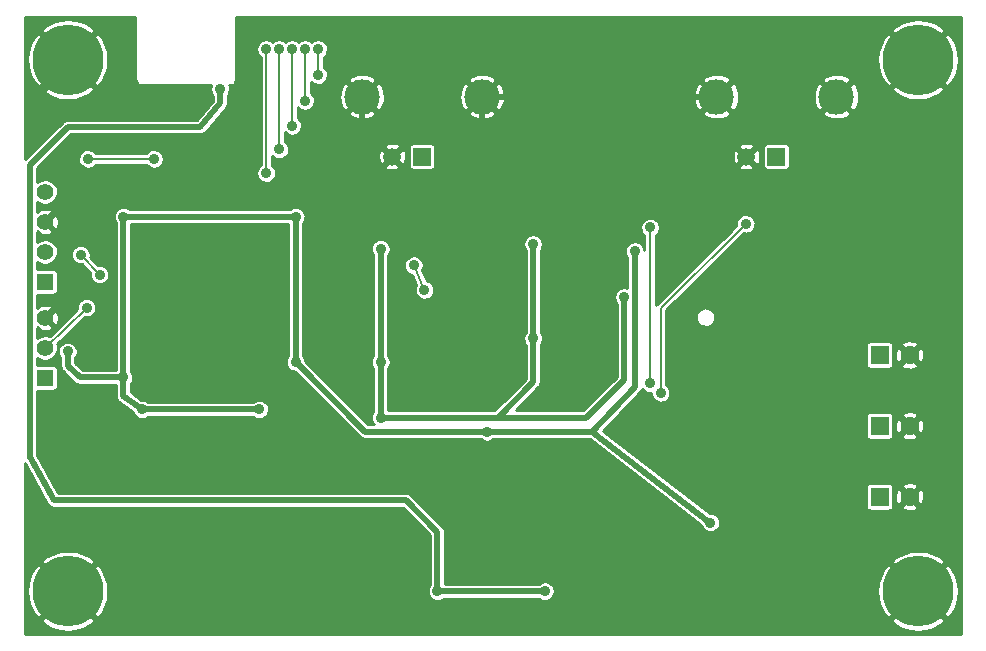
<source format=gbl>
G04 (created by PCBNEW (2013-04-05 BZR 4064)-testing) date 09/08/2013 13:01:54*
%MOIN*%
G04 Gerber Fmt 3.4, Leading zero omitted, Abs format*
%FSLAX34Y34*%
G01*
G70*
G90*
G04 APERTURE LIST*
%ADD10C,0.00393701*%
%ADD11C,0.11811*%
%ADD12R,0.0590551X0.0590551*%
%ADD13C,0.0590551*%
%ADD14R,0.0551024X0.0551024*%
%ADD15C,0.0550984*%
%ADD16R,0.055X0.055*%
%ADD17C,0.055*%
%ADD18R,0.0629921X0.0629921*%
%ADD19C,0.0629921*%
%ADD20C,0.236201*%
%ADD21C,0.0354331*%
%ADD22C,0.035*%
%ADD23C,0.019685*%
%ADD24C,0.00787402*%
%ADD25C,0.01*%
G04 APERTURE END LIST*
G54D10*
G54D11*
X91370Y-42566D03*
X87370Y-42566D03*
G54D12*
X89370Y-44566D03*
G54D13*
X88370Y-44566D03*
G54D11*
X79559Y-42566D03*
X75559Y-42566D03*
G54D12*
X77559Y-44566D03*
G54D13*
X76559Y-44566D03*
G54D14*
X65000Y-48744D03*
G54D15*
X65000Y-47744D03*
X65000Y-46744D03*
X65000Y-45744D03*
G54D16*
X65000Y-51944D03*
G54D17*
X65000Y-50944D03*
X65000Y-49944D03*
G54D18*
X92807Y-53543D03*
G54D19*
X93807Y-53543D03*
G54D18*
X92807Y-51181D03*
G54D19*
X93807Y-51181D03*
G54D18*
X92807Y-55905D03*
G54D19*
X93807Y-55905D03*
G54D20*
X94094Y-41338D03*
X94094Y-59055D03*
X65748Y-59055D03*
X65748Y-41338D03*
G54D21*
X79724Y-53740D03*
X87165Y-56771D03*
X84645Y-47716D03*
X73346Y-51417D03*
X72125Y-52992D03*
X73346Y-46574D03*
X67598Y-46574D03*
X67598Y-51929D03*
X68228Y-52992D03*
X65748Y-51062D03*
X70826Y-42322D03*
X78070Y-59055D03*
X81653Y-59055D03*
X72795Y-40984D03*
X72795Y-44330D03*
X72362Y-40984D03*
X72362Y-45118D03*
X77283Y-48188D03*
X77637Y-49015D03*
X73228Y-40984D03*
X73228Y-43543D03*
X85157Y-46929D03*
X85157Y-52125D03*
X85511Y-52440D03*
X88346Y-46811D03*
X66181Y-47834D03*
X66811Y-48503D03*
X66417Y-44645D03*
X68622Y-44645D03*
X66377Y-49606D03*
G54D22*
X85669Y-57637D03*
X85118Y-53779D03*
X83937Y-59448D03*
X83937Y-57637D03*
X83464Y-55433D03*
X82125Y-55354D03*
X67559Y-53385D03*
X70551Y-58188D03*
X66614Y-46456D03*
X74251Y-49212D03*
X70236Y-49448D03*
X81968Y-49212D03*
X82834Y-52755D03*
X79606Y-52755D03*
X77322Y-52755D03*
X91496Y-52519D03*
X91496Y-54724D03*
X91889Y-58031D03*
X91889Y-56929D03*
X89370Y-56929D03*
X87952Y-56929D03*
X89370Y-54724D03*
X87952Y-54724D03*
X89370Y-52519D03*
X87952Y-52519D03*
X73307Y-53543D03*
X71811Y-59606D03*
X71811Y-57086D03*
X70551Y-59606D03*
X67952Y-59606D03*
X73149Y-59606D03*
X73149Y-57086D03*
X70551Y-57086D03*
X69055Y-57086D03*
X67952Y-57086D03*
X65433Y-57086D03*
X65433Y-55039D03*
X65433Y-53307D03*
X75748Y-46692D03*
X79606Y-50944D03*
X82834Y-50708D03*
X81968Y-45275D03*
X93307Y-48267D03*
X91968Y-49763D03*
X94960Y-49685D03*
X94960Y-48267D03*
X91968Y-47795D03*
X93307Y-46456D03*
X94960Y-46456D03*
X94960Y-43740D03*
X91377Y-43700D03*
X88582Y-43700D03*
X84330Y-43700D03*
X81968Y-43700D03*
X77637Y-43700D03*
X74803Y-43700D03*
X68110Y-44094D03*
X64881Y-43307D03*
X75196Y-41417D03*
X77637Y-41456D03*
X79566Y-41417D03*
X81496Y-41417D03*
X84330Y-41181D03*
X86062Y-41181D03*
X88582Y-41181D03*
X91102Y-41181D03*
G54D21*
X86692Y-47401D03*
X87204Y-45748D03*
X75196Y-52755D03*
X75196Y-51417D03*
X67047Y-49527D03*
X75629Y-50196D03*
X75629Y-48346D03*
X65748Y-44645D03*
X70354Y-45944D03*
X79173Y-48454D03*
X73661Y-40984D03*
X73661Y-42716D03*
X74094Y-40984D03*
X74094Y-41850D03*
G54D22*
X81259Y-47480D03*
G54D21*
X76181Y-53267D03*
X84291Y-49251D03*
X81259Y-50629D03*
X76181Y-51417D03*
X76181Y-47637D03*
G54D23*
X79724Y-53740D02*
X75669Y-53740D01*
X75669Y-53740D02*
X73346Y-51417D01*
X79724Y-53740D02*
X83228Y-53740D01*
X83228Y-53740D02*
X84645Y-52233D01*
X84645Y-52233D02*
X84645Y-47716D01*
X83228Y-53740D02*
X87165Y-56771D01*
X73346Y-51417D02*
X73346Y-46574D01*
X73346Y-46574D02*
X67598Y-46574D01*
X67598Y-46574D02*
X67598Y-51929D01*
X67598Y-51929D02*
X67598Y-52559D01*
X67598Y-52559D02*
X68228Y-52992D01*
X68228Y-52992D02*
X72125Y-52992D01*
X67598Y-51929D02*
X67086Y-51929D01*
X67086Y-51929D02*
X66141Y-51929D01*
X66141Y-51929D02*
X65748Y-51535D01*
X65748Y-51535D02*
X65748Y-51062D01*
X78070Y-59055D02*
X78070Y-57086D01*
X78070Y-57086D02*
X77007Y-56023D01*
X77007Y-56023D02*
X65275Y-56023D01*
X65275Y-56023D02*
X64488Y-54566D01*
X64488Y-54566D02*
X64488Y-53031D01*
X64488Y-53031D02*
X64488Y-44842D01*
X64488Y-44842D02*
X65748Y-43582D01*
X65748Y-43582D02*
X70157Y-43582D01*
X70157Y-43582D02*
X70826Y-42795D01*
X70826Y-42795D02*
X70826Y-42322D01*
X78070Y-59055D02*
X81653Y-59055D01*
G54D24*
X72795Y-40984D02*
X72795Y-44173D01*
X72795Y-44173D02*
X72795Y-44330D01*
X72362Y-40984D02*
X72362Y-45118D01*
X77283Y-48188D02*
X77637Y-49015D01*
X73228Y-40984D02*
X73228Y-43543D01*
X85157Y-46929D02*
X85157Y-52125D01*
X88346Y-46811D02*
X85511Y-49606D01*
X85511Y-49606D02*
X85511Y-52440D01*
X66181Y-47834D02*
X66811Y-48503D01*
X66417Y-44645D02*
X68622Y-44645D01*
X65000Y-50944D02*
X66377Y-49606D01*
G54D23*
X75559Y-42566D02*
X75802Y-42459D01*
X65000Y-46744D02*
X65748Y-45956D01*
X65000Y-49944D02*
X65748Y-49157D01*
X79559Y-42566D02*
X87370Y-42566D01*
X86692Y-47401D02*
X86692Y-46259D01*
X86692Y-46259D02*
X87204Y-45748D01*
X75196Y-52755D02*
X75196Y-51417D01*
X65748Y-49157D02*
X66771Y-49157D01*
X66771Y-49157D02*
X67047Y-49527D01*
X75629Y-50196D02*
X75629Y-48346D01*
X65748Y-44645D02*
X65748Y-45956D01*
X70354Y-45944D02*
X72677Y-45944D01*
X72677Y-45944D02*
X73543Y-45944D01*
X73543Y-45944D02*
X75559Y-43858D01*
X75559Y-43858D02*
X75559Y-42566D01*
X79173Y-48454D02*
X79559Y-47992D01*
X79559Y-47992D02*
X79559Y-42566D01*
X65748Y-45956D02*
X65748Y-49157D01*
X64881Y-43307D02*
X64881Y-42440D01*
X64881Y-42440D02*
X65748Y-41338D01*
X66614Y-46456D02*
X65748Y-45956D01*
X89370Y-52519D02*
X91496Y-52519D01*
X89370Y-54724D02*
X91496Y-54724D01*
X79606Y-50944D02*
X79606Y-52755D01*
X79606Y-52755D02*
X77322Y-52755D01*
X82834Y-52755D02*
X82834Y-50708D01*
G54D24*
X73661Y-40984D02*
X73661Y-42716D01*
X74094Y-40984D02*
X74094Y-41850D01*
G54D23*
X81259Y-50629D02*
X81259Y-52086D01*
X81259Y-52086D02*
X80078Y-53267D01*
X76181Y-53267D02*
X76181Y-51417D01*
X76181Y-51417D02*
X76181Y-47637D01*
X81259Y-47480D02*
X81259Y-50629D01*
X84291Y-49251D02*
X84291Y-52007D01*
X84291Y-52007D02*
X83031Y-53267D01*
X83031Y-53267D02*
X80078Y-53267D01*
X80078Y-53267D02*
X76181Y-53267D01*
G54D10*
G36*
X70579Y-42705D02*
X70043Y-43335D01*
X67103Y-43335D01*
X67103Y-41346D01*
X67079Y-41083D01*
X67004Y-40829D01*
X66881Y-40595D01*
X66872Y-40581D01*
X66710Y-40444D01*
X66642Y-40513D01*
X66642Y-40376D01*
X66505Y-40214D01*
X66272Y-40088D01*
X66019Y-40010D01*
X65756Y-39982D01*
X65492Y-40007D01*
X65239Y-40082D01*
X65004Y-40204D01*
X64990Y-40214D01*
X64854Y-40376D01*
X65748Y-41270D01*
X66642Y-40376D01*
X66642Y-40513D01*
X65816Y-41338D01*
X66710Y-42232D01*
X66872Y-42095D01*
X66998Y-41862D01*
X67076Y-41610D01*
X67103Y-41346D01*
X67103Y-43335D01*
X66642Y-43335D01*
X66642Y-42301D01*
X65748Y-41407D01*
X65679Y-41475D01*
X65679Y-41338D01*
X64785Y-40444D01*
X64623Y-40581D01*
X64497Y-40814D01*
X64419Y-41067D01*
X64392Y-41330D01*
X64416Y-41593D01*
X64491Y-41847D01*
X64614Y-42081D01*
X64623Y-42095D01*
X64785Y-42232D01*
X65679Y-41338D01*
X65679Y-41475D01*
X64854Y-42301D01*
X64990Y-42463D01*
X65223Y-42588D01*
X65476Y-42666D01*
X65739Y-42694D01*
X66003Y-42670D01*
X66256Y-42595D01*
X66491Y-42472D01*
X66505Y-42463D01*
X66642Y-42301D01*
X66642Y-43335D01*
X65748Y-43335D01*
X65725Y-43338D01*
X65702Y-43340D01*
X65701Y-43340D01*
X65700Y-43340D01*
X65678Y-43347D01*
X65656Y-43353D01*
X65655Y-43354D01*
X65653Y-43354D01*
X65633Y-43365D01*
X65613Y-43375D01*
X65612Y-43376D01*
X65611Y-43377D01*
X65593Y-43391D01*
X65575Y-43405D01*
X65574Y-43407D01*
X65574Y-43407D01*
X65574Y-43407D01*
X65573Y-43408D01*
X64321Y-44659D01*
X64321Y-39912D01*
X68001Y-39912D01*
X68001Y-41968D01*
X68002Y-41982D01*
X68003Y-41996D01*
X68003Y-41996D01*
X68004Y-41997D01*
X68008Y-42010D01*
X68011Y-42024D01*
X68012Y-42024D01*
X68012Y-42025D01*
X68018Y-42037D01*
X68025Y-42049D01*
X68025Y-42050D01*
X68025Y-42050D01*
X68034Y-42061D01*
X68043Y-42072D01*
X68043Y-42072D01*
X68044Y-42073D01*
X68055Y-42081D01*
X68060Y-42086D01*
X68060Y-42175D01*
X70535Y-42175D01*
X70514Y-42223D01*
X70501Y-42286D01*
X70500Y-42350D01*
X70512Y-42413D01*
X70535Y-42472D01*
X70570Y-42526D01*
X70579Y-42535D01*
X70579Y-42705D01*
X70579Y-42705D01*
G37*
G54D25*
X70579Y-42705D02*
X70043Y-43335D01*
X67103Y-43335D01*
X67103Y-41346D01*
X67079Y-41083D01*
X67004Y-40829D01*
X66881Y-40595D01*
X66872Y-40581D01*
X66710Y-40444D01*
X66642Y-40513D01*
X66642Y-40376D01*
X66505Y-40214D01*
X66272Y-40088D01*
X66019Y-40010D01*
X65756Y-39982D01*
X65492Y-40007D01*
X65239Y-40082D01*
X65004Y-40204D01*
X64990Y-40214D01*
X64854Y-40376D01*
X65748Y-41270D01*
X66642Y-40376D01*
X66642Y-40513D01*
X65816Y-41338D01*
X66710Y-42232D01*
X66872Y-42095D01*
X66998Y-41862D01*
X67076Y-41610D01*
X67103Y-41346D01*
X67103Y-43335D01*
X66642Y-43335D01*
X66642Y-42301D01*
X65748Y-41407D01*
X65679Y-41475D01*
X65679Y-41338D01*
X64785Y-40444D01*
X64623Y-40581D01*
X64497Y-40814D01*
X64419Y-41067D01*
X64392Y-41330D01*
X64416Y-41593D01*
X64491Y-41847D01*
X64614Y-42081D01*
X64623Y-42095D01*
X64785Y-42232D01*
X65679Y-41338D01*
X65679Y-41475D01*
X64854Y-42301D01*
X64990Y-42463D01*
X65223Y-42588D01*
X65476Y-42666D01*
X65739Y-42694D01*
X66003Y-42670D01*
X66256Y-42595D01*
X66491Y-42472D01*
X66505Y-42463D01*
X66642Y-42301D01*
X66642Y-43335D01*
X65748Y-43335D01*
X65725Y-43338D01*
X65702Y-43340D01*
X65701Y-43340D01*
X65700Y-43340D01*
X65678Y-43347D01*
X65656Y-43353D01*
X65655Y-43354D01*
X65653Y-43354D01*
X65633Y-43365D01*
X65613Y-43375D01*
X65612Y-43376D01*
X65611Y-43377D01*
X65593Y-43391D01*
X65575Y-43405D01*
X65574Y-43407D01*
X65574Y-43407D01*
X65574Y-43407D01*
X65573Y-43408D01*
X64321Y-44659D01*
X64321Y-39912D01*
X68001Y-39912D01*
X68001Y-41968D01*
X68002Y-41982D01*
X68003Y-41996D01*
X68003Y-41996D01*
X68004Y-41997D01*
X68008Y-42010D01*
X68011Y-42024D01*
X68012Y-42024D01*
X68012Y-42025D01*
X68018Y-42037D01*
X68025Y-42049D01*
X68025Y-42050D01*
X68025Y-42050D01*
X68034Y-42061D01*
X68043Y-42072D01*
X68043Y-42072D01*
X68044Y-42073D01*
X68055Y-42081D01*
X68060Y-42086D01*
X68060Y-42175D01*
X70535Y-42175D01*
X70514Y-42223D01*
X70501Y-42286D01*
X70500Y-42350D01*
X70512Y-42413D01*
X70535Y-42472D01*
X70570Y-42526D01*
X70579Y-42535D01*
X70579Y-42705D01*
G54D10*
G36*
X95520Y-60481D02*
X95450Y-60481D01*
X95450Y-59063D01*
X95450Y-41346D01*
X95425Y-41083D01*
X95350Y-40829D01*
X95228Y-40595D01*
X95218Y-40581D01*
X95056Y-40444D01*
X94988Y-40513D01*
X94988Y-40376D01*
X94851Y-40214D01*
X94618Y-40088D01*
X94365Y-40010D01*
X94102Y-39982D01*
X93839Y-40007D01*
X93585Y-40082D01*
X93351Y-40204D01*
X93337Y-40214D01*
X93200Y-40376D01*
X94094Y-41270D01*
X94988Y-40376D01*
X94988Y-40513D01*
X94162Y-41338D01*
X95056Y-42232D01*
X95218Y-42095D01*
X95344Y-41862D01*
X95422Y-41610D01*
X95450Y-41346D01*
X95450Y-59063D01*
X95425Y-58800D01*
X95350Y-58546D01*
X95228Y-58311D01*
X95218Y-58297D01*
X95056Y-58161D01*
X94988Y-58229D01*
X94988Y-58092D01*
X94988Y-42301D01*
X94094Y-41407D01*
X94026Y-41475D01*
X94026Y-41338D01*
X93132Y-40444D01*
X92969Y-40581D01*
X92844Y-40814D01*
X92766Y-41067D01*
X92738Y-41330D01*
X92763Y-41593D01*
X92837Y-41847D01*
X92960Y-42081D01*
X92969Y-42095D01*
X93132Y-42232D01*
X94026Y-41338D01*
X94026Y-41475D01*
X93200Y-42301D01*
X93337Y-42463D01*
X93570Y-42588D01*
X93822Y-42666D01*
X94086Y-42694D01*
X94349Y-42670D01*
X94603Y-42595D01*
X94837Y-42472D01*
X94851Y-42463D01*
X94988Y-42301D01*
X94988Y-58092D01*
X94851Y-57930D01*
X94618Y-57804D01*
X94365Y-57726D01*
X94291Y-57719D01*
X94291Y-55877D01*
X94291Y-53515D01*
X94291Y-51152D01*
X94276Y-51059D01*
X94244Y-50970D01*
X94226Y-50936D01*
X94152Y-50903D01*
X94084Y-50972D01*
X94084Y-50835D01*
X94051Y-50761D01*
X93965Y-50722D01*
X93873Y-50700D01*
X93778Y-50696D01*
X93685Y-50711D01*
X93596Y-50743D01*
X93562Y-50761D01*
X93529Y-50835D01*
X93807Y-51112D01*
X94084Y-50835D01*
X94084Y-50972D01*
X93875Y-51181D01*
X94152Y-51458D01*
X94226Y-51425D01*
X94265Y-51339D01*
X94287Y-51247D01*
X94291Y-51152D01*
X94291Y-53515D01*
X94276Y-53421D01*
X94244Y-53332D01*
X94226Y-53298D01*
X94152Y-53265D01*
X94084Y-53334D01*
X94084Y-53197D01*
X94084Y-51526D01*
X93807Y-51249D01*
X93738Y-51318D01*
X93738Y-51181D01*
X93461Y-50903D01*
X93387Y-50936D01*
X93348Y-51022D01*
X93326Y-51114D01*
X93322Y-51209D01*
X93337Y-51302D01*
X93369Y-51391D01*
X93387Y-51425D01*
X93461Y-51458D01*
X93738Y-51181D01*
X93738Y-51318D01*
X93529Y-51526D01*
X93562Y-51600D01*
X93648Y-51639D01*
X93740Y-51661D01*
X93835Y-51665D01*
X93928Y-51650D01*
X94017Y-51618D01*
X94051Y-51600D01*
X94084Y-51526D01*
X94084Y-53197D01*
X94051Y-53124D01*
X93965Y-53084D01*
X93873Y-53062D01*
X93778Y-53058D01*
X93685Y-53073D01*
X93596Y-53106D01*
X93562Y-53124D01*
X93529Y-53197D01*
X93807Y-53474D01*
X94084Y-53197D01*
X94084Y-53334D01*
X93875Y-53543D01*
X94152Y-53820D01*
X94226Y-53788D01*
X94265Y-53701D01*
X94287Y-53609D01*
X94291Y-53515D01*
X94291Y-55877D01*
X94276Y-55783D01*
X94244Y-55694D01*
X94226Y-55660D01*
X94152Y-55628D01*
X94084Y-55696D01*
X94084Y-55559D01*
X94084Y-53889D01*
X93807Y-53611D01*
X93738Y-53680D01*
X93738Y-53543D01*
X93461Y-53265D01*
X93387Y-53298D01*
X93348Y-53384D01*
X93326Y-53476D01*
X93322Y-53571D01*
X93337Y-53665D01*
X93369Y-53754D01*
X93387Y-53788D01*
X93461Y-53820D01*
X93738Y-53543D01*
X93738Y-53680D01*
X93529Y-53889D01*
X93562Y-53962D01*
X93648Y-54002D01*
X93740Y-54024D01*
X93835Y-54027D01*
X93928Y-54013D01*
X94017Y-53980D01*
X94051Y-53962D01*
X94084Y-53889D01*
X94084Y-55559D01*
X94051Y-55486D01*
X93965Y-55446D01*
X93873Y-55424D01*
X93778Y-55420D01*
X93685Y-55435D01*
X93596Y-55468D01*
X93562Y-55486D01*
X93529Y-55559D01*
X93807Y-55837D01*
X94084Y-55559D01*
X94084Y-55696D01*
X93875Y-55905D01*
X94152Y-56182D01*
X94226Y-56150D01*
X94265Y-56064D01*
X94287Y-55972D01*
X94291Y-55877D01*
X94291Y-57719D01*
X94102Y-57699D01*
X94084Y-57701D01*
X94084Y-56251D01*
X93807Y-55973D01*
X93738Y-56042D01*
X93738Y-55905D01*
X93461Y-55628D01*
X93387Y-55660D01*
X93348Y-55746D01*
X93326Y-55839D01*
X93322Y-55933D01*
X93337Y-56027D01*
X93369Y-56116D01*
X93387Y-56150D01*
X93461Y-56182D01*
X93738Y-55905D01*
X93738Y-56042D01*
X93529Y-56251D01*
X93562Y-56324D01*
X93648Y-56364D01*
X93740Y-56386D01*
X93835Y-56390D01*
X93928Y-56375D01*
X94017Y-56342D01*
X94051Y-56324D01*
X94084Y-56251D01*
X94084Y-57701D01*
X93839Y-57723D01*
X93585Y-57798D01*
X93351Y-57921D01*
X93337Y-57930D01*
X93270Y-58009D01*
X93270Y-56206D01*
X93270Y-53844D01*
X93270Y-51482D01*
X93270Y-50851D01*
X93264Y-50823D01*
X93253Y-50796D01*
X93237Y-50771D01*
X93217Y-50751D01*
X93192Y-50734D01*
X93166Y-50723D01*
X93137Y-50717D01*
X93108Y-50717D01*
X92477Y-50717D01*
X92449Y-50723D01*
X92422Y-50734D01*
X92397Y-50750D01*
X92377Y-50771D01*
X92360Y-50795D01*
X92349Y-50822D01*
X92343Y-50850D01*
X92343Y-50879D01*
X92343Y-51510D01*
X92349Y-51539D01*
X92360Y-51566D01*
X92376Y-51590D01*
X92397Y-51610D01*
X92421Y-51627D01*
X92448Y-51638D01*
X92476Y-51644D01*
X92505Y-51644D01*
X93136Y-51644D01*
X93165Y-51638D01*
X93192Y-51627D01*
X93216Y-51611D01*
X93236Y-51591D01*
X93253Y-51566D01*
X93264Y-51540D01*
X93270Y-51511D01*
X93270Y-51482D01*
X93270Y-53844D01*
X93270Y-53213D01*
X93264Y-53185D01*
X93253Y-53158D01*
X93237Y-53134D01*
X93217Y-53113D01*
X93192Y-53097D01*
X93166Y-53085D01*
X93137Y-53080D01*
X93108Y-53079D01*
X92477Y-53079D01*
X92449Y-53085D01*
X92422Y-53096D01*
X92397Y-53112D01*
X92377Y-53133D01*
X92360Y-53157D01*
X92349Y-53184D01*
X92343Y-53212D01*
X92343Y-53241D01*
X92343Y-53872D01*
X92349Y-53901D01*
X92360Y-53928D01*
X92376Y-53952D01*
X92397Y-53973D01*
X92421Y-53989D01*
X92448Y-54000D01*
X92476Y-54006D01*
X92505Y-54006D01*
X93136Y-54006D01*
X93165Y-54001D01*
X93192Y-53989D01*
X93216Y-53973D01*
X93236Y-53953D01*
X93253Y-53929D01*
X93264Y-53902D01*
X93270Y-53873D01*
X93270Y-53844D01*
X93270Y-56206D01*
X93270Y-55575D01*
X93264Y-55547D01*
X93253Y-55520D01*
X93237Y-55496D01*
X93217Y-55475D01*
X93192Y-55459D01*
X93166Y-55448D01*
X93137Y-55442D01*
X93108Y-55442D01*
X92477Y-55442D01*
X92449Y-55447D01*
X92422Y-55458D01*
X92397Y-55474D01*
X92377Y-55495D01*
X92360Y-55519D01*
X92349Y-55546D01*
X92343Y-55574D01*
X92343Y-55604D01*
X92343Y-56235D01*
X92349Y-56263D01*
X92360Y-56290D01*
X92376Y-56314D01*
X92397Y-56335D01*
X92421Y-56351D01*
X92448Y-56362D01*
X92476Y-56368D01*
X92505Y-56369D01*
X93136Y-56368D01*
X93165Y-56363D01*
X93192Y-56352D01*
X93216Y-56336D01*
X93236Y-56315D01*
X93253Y-56291D01*
X93264Y-56264D01*
X93270Y-56236D01*
X93270Y-56206D01*
X93270Y-58009D01*
X93200Y-58092D01*
X94094Y-58986D01*
X94988Y-58092D01*
X94988Y-58229D01*
X94162Y-59055D01*
X95056Y-59949D01*
X95218Y-59812D01*
X95344Y-59579D01*
X95422Y-59326D01*
X95450Y-59063D01*
X95450Y-60481D01*
X94988Y-60481D01*
X94988Y-60017D01*
X94094Y-59123D01*
X94026Y-59192D01*
X94026Y-59055D01*
X93132Y-58161D01*
X92969Y-58297D01*
X92844Y-58530D01*
X92766Y-58783D01*
X92738Y-59046D01*
X92763Y-59310D01*
X92837Y-59563D01*
X92960Y-59798D01*
X92969Y-59812D01*
X93132Y-59949D01*
X94026Y-59055D01*
X94026Y-59192D01*
X93200Y-60017D01*
X93337Y-60179D01*
X93570Y-60305D01*
X93822Y-60383D01*
X94086Y-60410D01*
X94349Y-60386D01*
X94603Y-60311D01*
X94837Y-60188D01*
X94851Y-60179D01*
X94988Y-60017D01*
X94988Y-60481D01*
X92132Y-60481D01*
X92132Y-42550D01*
X92114Y-42402D01*
X92068Y-42261D01*
X92014Y-42158D01*
X91912Y-42092D01*
X91844Y-42161D01*
X91844Y-42024D01*
X91778Y-41922D01*
X91645Y-41855D01*
X91501Y-41816D01*
X91353Y-41804D01*
X91205Y-41822D01*
X91064Y-41868D01*
X90962Y-41922D01*
X90896Y-42024D01*
X91370Y-42498D01*
X91844Y-42024D01*
X91844Y-42161D01*
X91438Y-42566D01*
X91912Y-43040D01*
X92014Y-42974D01*
X92081Y-42842D01*
X92120Y-42698D01*
X92132Y-42550D01*
X92132Y-60481D01*
X91844Y-60481D01*
X91844Y-43109D01*
X91370Y-42635D01*
X91301Y-42703D01*
X91301Y-42566D01*
X90827Y-42092D01*
X90726Y-42158D01*
X90659Y-42291D01*
X90619Y-42435D01*
X90607Y-42583D01*
X90625Y-42731D01*
X90671Y-42872D01*
X90726Y-42974D01*
X90827Y-43040D01*
X91301Y-42566D01*
X91301Y-42703D01*
X90896Y-43109D01*
X90962Y-43210D01*
X91094Y-43277D01*
X91238Y-43317D01*
X91386Y-43329D01*
X91534Y-43311D01*
X91675Y-43265D01*
X91778Y-43210D01*
X91844Y-43109D01*
X91844Y-60481D01*
X89813Y-60481D01*
X89813Y-44848D01*
X89813Y-44257D01*
X89808Y-44228D01*
X89797Y-44201D01*
X89780Y-44177D01*
X89760Y-44156D01*
X89736Y-44140D01*
X89709Y-44129D01*
X89680Y-44123D01*
X89651Y-44123D01*
X89060Y-44123D01*
X89031Y-44128D01*
X89004Y-44139D01*
X88980Y-44156D01*
X88959Y-44176D01*
X88943Y-44200D01*
X88932Y-44227D01*
X88926Y-44256D01*
X88926Y-44285D01*
X88926Y-44876D01*
X88932Y-44905D01*
X88943Y-44932D01*
X88959Y-44956D01*
X88979Y-44977D01*
X89003Y-44993D01*
X89030Y-45004D01*
X89059Y-45010D01*
X89088Y-45010D01*
X89679Y-45010D01*
X89708Y-45004D01*
X89735Y-44993D01*
X89759Y-44977D01*
X89780Y-44957D01*
X89796Y-44933D01*
X89807Y-44906D01*
X89813Y-44877D01*
X89813Y-44848D01*
X89813Y-60481D01*
X88834Y-60481D01*
X88834Y-44537D01*
X88820Y-44448D01*
X88788Y-44363D01*
X88773Y-44333D01*
X88701Y-44303D01*
X88633Y-44372D01*
X88633Y-44235D01*
X88603Y-44163D01*
X88520Y-44126D01*
X88431Y-44105D01*
X88341Y-44102D01*
X88251Y-44116D01*
X88166Y-44148D01*
X88137Y-44163D01*
X88132Y-44175D01*
X88132Y-42550D01*
X88114Y-42402D01*
X88068Y-42261D01*
X88014Y-42158D01*
X87912Y-42092D01*
X87844Y-42161D01*
X87844Y-42024D01*
X87778Y-41922D01*
X87645Y-41855D01*
X87501Y-41816D01*
X87353Y-41804D01*
X87205Y-41822D01*
X87064Y-41868D01*
X86962Y-41922D01*
X86896Y-42024D01*
X87370Y-42498D01*
X87844Y-42024D01*
X87844Y-42161D01*
X87438Y-42566D01*
X87912Y-43040D01*
X88014Y-42974D01*
X88081Y-42842D01*
X88120Y-42698D01*
X88132Y-42550D01*
X88132Y-44175D01*
X88106Y-44235D01*
X88370Y-44498D01*
X88633Y-44235D01*
X88633Y-44372D01*
X88438Y-44566D01*
X88701Y-44830D01*
X88773Y-44799D01*
X88810Y-44717D01*
X88831Y-44628D01*
X88834Y-44537D01*
X88834Y-60481D01*
X88672Y-60481D01*
X88672Y-46779D01*
X88659Y-46716D01*
X88635Y-46657D01*
X88633Y-46654D01*
X88633Y-44898D01*
X88370Y-44635D01*
X88301Y-44703D01*
X88301Y-44566D01*
X88038Y-44303D01*
X87966Y-44333D01*
X87929Y-44416D01*
X87908Y-44505D01*
X87905Y-44595D01*
X87919Y-44685D01*
X87951Y-44770D01*
X87966Y-44799D01*
X88038Y-44830D01*
X88301Y-44566D01*
X88301Y-44703D01*
X88106Y-44898D01*
X88137Y-44970D01*
X88219Y-45007D01*
X88308Y-45028D01*
X88399Y-45031D01*
X88488Y-45017D01*
X88573Y-44985D01*
X88603Y-44970D01*
X88633Y-44898D01*
X88633Y-46654D01*
X88599Y-46604D01*
X88555Y-46558D01*
X88502Y-46523D01*
X88443Y-46498D01*
X88380Y-46485D01*
X88316Y-46485D01*
X88254Y-46497D01*
X88194Y-46521D01*
X88141Y-46556D01*
X88095Y-46600D01*
X88059Y-46653D01*
X88034Y-46712D01*
X88021Y-46774D01*
X88020Y-46838D01*
X88025Y-46864D01*
X87844Y-47042D01*
X87844Y-43109D01*
X87370Y-42635D01*
X87301Y-42703D01*
X87301Y-42566D01*
X86827Y-42092D01*
X86726Y-42158D01*
X86659Y-42291D01*
X86619Y-42435D01*
X86607Y-42583D01*
X86625Y-42731D01*
X86671Y-42872D01*
X86726Y-42974D01*
X86827Y-43040D01*
X87301Y-42566D01*
X87301Y-42703D01*
X86896Y-43109D01*
X86962Y-43210D01*
X87094Y-43277D01*
X87238Y-43317D01*
X87386Y-43329D01*
X87534Y-43311D01*
X87675Y-43265D01*
X87778Y-43210D01*
X87844Y-43109D01*
X87844Y-47042D01*
X85379Y-49472D01*
X85368Y-49486D01*
X85356Y-49500D01*
X85356Y-49500D01*
X85356Y-49500D01*
X85347Y-49516D01*
X85345Y-49521D01*
X85345Y-47195D01*
X85358Y-47186D01*
X85405Y-47142D01*
X85441Y-47090D01*
X85467Y-47032D01*
X85482Y-46970D01*
X85483Y-46897D01*
X85470Y-46834D01*
X85446Y-46775D01*
X85411Y-46722D01*
X85366Y-46677D01*
X85313Y-46641D01*
X85254Y-46616D01*
X85191Y-46603D01*
X85127Y-46603D01*
X85065Y-46615D01*
X85005Y-46639D01*
X84952Y-46674D01*
X84906Y-46718D01*
X84870Y-46771D01*
X84845Y-46830D01*
X84832Y-46892D01*
X84831Y-46956D01*
X84842Y-47019D01*
X84866Y-47078D01*
X84901Y-47132D01*
X84945Y-47178D01*
X84969Y-47195D01*
X84969Y-47676D01*
X84958Y-47621D01*
X84934Y-47562D01*
X84899Y-47509D01*
X84854Y-47464D01*
X84801Y-47428D01*
X84742Y-47404D01*
X84679Y-47391D01*
X84616Y-47390D01*
X84553Y-47402D01*
X84494Y-47426D01*
X84440Y-47461D01*
X84395Y-47506D01*
X84358Y-47558D01*
X84333Y-47617D01*
X84320Y-47680D01*
X84319Y-47743D01*
X84331Y-47806D01*
X84354Y-47866D01*
X84389Y-47919D01*
X84398Y-47929D01*
X84398Y-48943D01*
X84388Y-48939D01*
X84325Y-48926D01*
X84261Y-48926D01*
X84198Y-48938D01*
X84139Y-48962D01*
X84086Y-48996D01*
X84040Y-49041D01*
X84004Y-49094D01*
X83979Y-49153D01*
X83966Y-49215D01*
X83965Y-49279D01*
X83976Y-49342D01*
X84000Y-49401D01*
X84034Y-49455D01*
X84044Y-49465D01*
X84044Y-51905D01*
X82929Y-53020D01*
X80674Y-53020D01*
X81434Y-52261D01*
X81448Y-52243D01*
X81463Y-52226D01*
X81464Y-52224D01*
X81464Y-52223D01*
X81475Y-52203D01*
X81486Y-52183D01*
X81487Y-52182D01*
X81487Y-52181D01*
X81494Y-52159D01*
X81501Y-52137D01*
X81501Y-52136D01*
X81501Y-52135D01*
X81504Y-52112D01*
X81506Y-52090D01*
X81506Y-52087D01*
X81506Y-52087D01*
X81506Y-52087D01*
X81506Y-52086D01*
X81506Y-50844D01*
X81507Y-50843D01*
X81544Y-50791D01*
X81570Y-50733D01*
X81584Y-50670D01*
X81585Y-50597D01*
X81573Y-50535D01*
X81548Y-50476D01*
X81513Y-50423D01*
X81506Y-50416D01*
X81506Y-47691D01*
X81542Y-47640D01*
X81568Y-47582D01*
X81582Y-47521D01*
X81583Y-47448D01*
X81570Y-47386D01*
X81546Y-47327D01*
X81511Y-47274D01*
X81466Y-47229D01*
X81414Y-47194D01*
X81355Y-47169D01*
X81293Y-47157D01*
X81230Y-47156D01*
X81168Y-47168D01*
X81109Y-47192D01*
X81056Y-47227D01*
X81010Y-47271D01*
X80975Y-47323D01*
X80950Y-47382D01*
X80936Y-47444D01*
X80935Y-47507D01*
X80947Y-47569D01*
X80970Y-47628D01*
X81005Y-47682D01*
X81012Y-47690D01*
X81012Y-50415D01*
X81009Y-50419D01*
X80973Y-50472D01*
X80947Y-50530D01*
X80934Y-50593D01*
X80933Y-50657D01*
X80945Y-50720D01*
X80968Y-50779D01*
X81003Y-50833D01*
X81012Y-50843D01*
X81012Y-51984D01*
X80321Y-52676D01*
X80321Y-42550D01*
X80303Y-42402D01*
X80257Y-42261D01*
X80203Y-42158D01*
X80101Y-42092D01*
X80032Y-42161D01*
X80032Y-42024D01*
X79967Y-41922D01*
X79834Y-41855D01*
X79690Y-41816D01*
X79542Y-41804D01*
X79394Y-41822D01*
X79253Y-41868D01*
X79151Y-41922D01*
X79085Y-42024D01*
X79559Y-42498D01*
X80032Y-42024D01*
X80032Y-42161D01*
X79627Y-42566D01*
X80101Y-43040D01*
X80203Y-42974D01*
X80269Y-42842D01*
X80309Y-42698D01*
X80321Y-42550D01*
X80321Y-52676D01*
X80032Y-52964D01*
X80032Y-43109D01*
X79559Y-42635D01*
X79490Y-42703D01*
X79490Y-42566D01*
X79016Y-42092D01*
X78915Y-42158D01*
X78848Y-42291D01*
X78808Y-42435D01*
X78796Y-42583D01*
X78814Y-42731D01*
X78860Y-42872D01*
X78915Y-42974D01*
X79016Y-43040D01*
X79490Y-42566D01*
X79490Y-42703D01*
X79085Y-43109D01*
X79151Y-43210D01*
X79283Y-43277D01*
X79427Y-43317D01*
X79575Y-43329D01*
X79723Y-43311D01*
X79864Y-43265D01*
X79967Y-43210D01*
X80032Y-43109D01*
X80032Y-52964D01*
X79976Y-53020D01*
X78002Y-53020D01*
X78002Y-44848D01*
X78002Y-44257D01*
X77997Y-44228D01*
X77986Y-44201D01*
X77969Y-44177D01*
X77949Y-44156D01*
X77925Y-44140D01*
X77898Y-44129D01*
X77869Y-44123D01*
X77840Y-44123D01*
X77249Y-44123D01*
X77220Y-44128D01*
X77193Y-44139D01*
X77169Y-44156D01*
X77148Y-44176D01*
X77132Y-44200D01*
X77121Y-44227D01*
X77115Y-44256D01*
X77115Y-44285D01*
X77115Y-44876D01*
X77121Y-44905D01*
X77132Y-44932D01*
X77148Y-44956D01*
X77168Y-44977D01*
X77192Y-44993D01*
X77219Y-45004D01*
X77248Y-45010D01*
X77277Y-45010D01*
X77868Y-45010D01*
X77897Y-45004D01*
X77924Y-44993D01*
X77948Y-44977D01*
X77969Y-44957D01*
X77985Y-44933D01*
X77996Y-44906D01*
X78002Y-44877D01*
X78002Y-44848D01*
X78002Y-53020D01*
X77963Y-53020D01*
X77963Y-48983D01*
X77950Y-48921D01*
X77926Y-48862D01*
X77891Y-48808D01*
X77846Y-48763D01*
X77793Y-48727D01*
X77734Y-48703D01*
X77705Y-48697D01*
X77561Y-48360D01*
X77567Y-48350D01*
X77593Y-48292D01*
X77608Y-48229D01*
X77609Y-48157D01*
X77596Y-48094D01*
X77572Y-48035D01*
X77537Y-47982D01*
X77492Y-47936D01*
X77439Y-47901D01*
X77380Y-47876D01*
X77317Y-47863D01*
X77253Y-47863D01*
X77191Y-47875D01*
X77131Y-47899D01*
X77078Y-47934D01*
X77032Y-47978D01*
X77023Y-47991D01*
X77023Y-44537D01*
X77009Y-44448D01*
X76977Y-44363D01*
X76962Y-44333D01*
X76890Y-44303D01*
X76822Y-44372D01*
X76822Y-44235D01*
X76792Y-44163D01*
X76709Y-44126D01*
X76620Y-44105D01*
X76530Y-44102D01*
X76440Y-44116D01*
X76355Y-44148D01*
X76326Y-44163D01*
X76321Y-44175D01*
X76321Y-42550D01*
X76303Y-42402D01*
X76257Y-42261D01*
X76203Y-42158D01*
X76101Y-42092D01*
X76032Y-42161D01*
X76032Y-42024D01*
X75967Y-41922D01*
X75834Y-41855D01*
X75690Y-41816D01*
X75542Y-41804D01*
X75394Y-41822D01*
X75253Y-41868D01*
X75151Y-41922D01*
X75085Y-42024D01*
X75559Y-42498D01*
X76032Y-42024D01*
X76032Y-42161D01*
X75627Y-42566D01*
X76101Y-43040D01*
X76203Y-42974D01*
X76269Y-42842D01*
X76309Y-42698D01*
X76321Y-42550D01*
X76321Y-44175D01*
X76295Y-44235D01*
X76559Y-44498D01*
X76822Y-44235D01*
X76822Y-44372D01*
X76627Y-44566D01*
X76890Y-44830D01*
X76962Y-44799D01*
X76999Y-44717D01*
X77020Y-44628D01*
X77023Y-44537D01*
X77023Y-47991D01*
X76996Y-48031D01*
X76971Y-48090D01*
X76958Y-48152D01*
X76957Y-48216D01*
X76968Y-48279D01*
X76992Y-48338D01*
X77027Y-48392D01*
X77071Y-48438D01*
X77123Y-48474D01*
X77182Y-48500D01*
X77215Y-48507D01*
X77360Y-48844D01*
X77351Y-48858D01*
X77325Y-48916D01*
X77312Y-48979D01*
X77311Y-49043D01*
X77323Y-49105D01*
X77346Y-49165D01*
X77381Y-49218D01*
X77425Y-49264D01*
X77478Y-49301D01*
X77536Y-49326D01*
X77599Y-49340D01*
X77662Y-49341D01*
X77725Y-49330D01*
X77785Y-49307D01*
X77839Y-49273D01*
X77885Y-49229D01*
X77922Y-49177D01*
X77948Y-49119D01*
X77962Y-49056D01*
X77963Y-48983D01*
X77963Y-53020D01*
X76822Y-53020D01*
X76822Y-44898D01*
X76559Y-44635D01*
X76490Y-44703D01*
X76490Y-44566D01*
X76227Y-44303D01*
X76155Y-44333D01*
X76118Y-44416D01*
X76097Y-44505D01*
X76094Y-44595D01*
X76108Y-44685D01*
X76140Y-44770D01*
X76155Y-44799D01*
X76227Y-44830D01*
X76490Y-44566D01*
X76490Y-44703D01*
X76295Y-44898D01*
X76326Y-44970D01*
X76408Y-45007D01*
X76497Y-45028D01*
X76588Y-45031D01*
X76677Y-45017D01*
X76762Y-44985D01*
X76792Y-44970D01*
X76822Y-44898D01*
X76822Y-53020D01*
X76427Y-53020D01*
X76427Y-51631D01*
X76428Y-51631D01*
X76465Y-51578D01*
X76491Y-51520D01*
X76505Y-51458D01*
X76506Y-51385D01*
X76494Y-51322D01*
X76469Y-51263D01*
X76434Y-51210D01*
X76427Y-51203D01*
X76427Y-47852D01*
X76428Y-47851D01*
X76465Y-47799D01*
X76491Y-47741D01*
X76505Y-47678D01*
X76506Y-47605D01*
X76494Y-47543D01*
X76469Y-47484D01*
X76434Y-47431D01*
X76389Y-47385D01*
X76336Y-47350D01*
X76277Y-47325D01*
X76215Y-47312D01*
X76151Y-47311D01*
X76088Y-47323D01*
X76032Y-47346D01*
X76032Y-43109D01*
X75559Y-42635D01*
X75490Y-42703D01*
X75490Y-42566D01*
X75016Y-42092D01*
X74915Y-42158D01*
X74848Y-42291D01*
X74808Y-42435D01*
X74796Y-42583D01*
X74814Y-42731D01*
X74860Y-42872D01*
X74915Y-42974D01*
X75016Y-43040D01*
X75490Y-42566D01*
X75490Y-42703D01*
X75085Y-43109D01*
X75151Y-43210D01*
X75283Y-43277D01*
X75427Y-43317D01*
X75575Y-43329D01*
X75723Y-43311D01*
X75864Y-43265D01*
X75967Y-43210D01*
X76032Y-43109D01*
X76032Y-47346D01*
X76029Y-47347D01*
X75976Y-47382D01*
X75930Y-47427D01*
X75894Y-47480D01*
X75869Y-47538D01*
X75855Y-47601D01*
X75855Y-47665D01*
X75866Y-47727D01*
X75890Y-47787D01*
X75924Y-47841D01*
X75934Y-47850D01*
X75934Y-51203D01*
X75930Y-51207D01*
X75894Y-51259D01*
X75869Y-51318D01*
X75855Y-51380D01*
X75855Y-51444D01*
X75866Y-51507D01*
X75890Y-51566D01*
X75924Y-51620D01*
X75934Y-51630D01*
X75934Y-53053D01*
X75930Y-53057D01*
X75894Y-53110D01*
X75869Y-53168D01*
X75855Y-53231D01*
X75855Y-53295D01*
X75866Y-53357D01*
X75890Y-53417D01*
X75924Y-53470D01*
X75946Y-53493D01*
X75771Y-53493D01*
X74420Y-52141D01*
X74420Y-41818D01*
X74407Y-41755D01*
X74383Y-41696D01*
X74348Y-41643D01*
X74303Y-41598D01*
X74282Y-41584D01*
X74282Y-41250D01*
X74295Y-41242D01*
X74342Y-41198D01*
X74378Y-41145D01*
X74404Y-41087D01*
X74419Y-41025D01*
X74420Y-40952D01*
X74407Y-40889D01*
X74383Y-40830D01*
X74348Y-40777D01*
X74303Y-40732D01*
X74250Y-40696D01*
X74191Y-40671D01*
X74128Y-40658D01*
X74064Y-40658D01*
X74002Y-40670D01*
X73942Y-40694D01*
X73889Y-40729D01*
X73878Y-40740D01*
X73869Y-40732D01*
X73817Y-40696D01*
X73758Y-40671D01*
X73695Y-40658D01*
X73631Y-40658D01*
X73569Y-40670D01*
X73509Y-40694D01*
X73456Y-40729D01*
X73445Y-40740D01*
X73436Y-40732D01*
X73383Y-40696D01*
X73325Y-40671D01*
X73262Y-40658D01*
X73198Y-40658D01*
X73135Y-40670D01*
X73076Y-40694D01*
X73023Y-40729D01*
X73011Y-40740D01*
X73003Y-40732D01*
X72950Y-40696D01*
X72892Y-40671D01*
X72829Y-40658D01*
X72765Y-40658D01*
X72702Y-40670D01*
X72643Y-40694D01*
X72590Y-40729D01*
X72578Y-40740D01*
X72570Y-40732D01*
X72517Y-40696D01*
X72458Y-40671D01*
X72396Y-40658D01*
X72332Y-40658D01*
X72269Y-40670D01*
X72210Y-40694D01*
X72157Y-40729D01*
X72111Y-40773D01*
X72075Y-40826D01*
X72050Y-40885D01*
X72037Y-40947D01*
X72036Y-41011D01*
X72047Y-41074D01*
X72071Y-41133D01*
X72105Y-41187D01*
X72150Y-41233D01*
X72174Y-41250D01*
X72174Y-44851D01*
X72157Y-44863D01*
X72111Y-44907D01*
X72075Y-44960D01*
X72050Y-45019D01*
X72037Y-45081D01*
X72036Y-45145D01*
X72047Y-45208D01*
X72071Y-45267D01*
X72105Y-45321D01*
X72150Y-45367D01*
X72202Y-45403D01*
X72261Y-45429D01*
X72323Y-45442D01*
X72387Y-45444D01*
X72450Y-45433D01*
X72509Y-45410D01*
X72563Y-45375D01*
X72609Y-45331D01*
X72646Y-45279D01*
X72672Y-45221D01*
X72686Y-45159D01*
X72687Y-45086D01*
X72675Y-45023D01*
X72651Y-44964D01*
X72615Y-44911D01*
X72570Y-44866D01*
X72550Y-44852D01*
X72550Y-44545D01*
X72583Y-44579D01*
X72635Y-44616D01*
X72694Y-44641D01*
X72756Y-44655D01*
X72820Y-44656D01*
X72883Y-44645D01*
X72942Y-44622D01*
X72996Y-44588D01*
X73042Y-44544D01*
X73079Y-44492D01*
X73105Y-44433D01*
X73119Y-44371D01*
X73120Y-44298D01*
X73108Y-44236D01*
X73084Y-44177D01*
X73048Y-44123D01*
X73003Y-44078D01*
X72983Y-44064D01*
X72983Y-43758D01*
X73016Y-43792D01*
X73068Y-43828D01*
X73127Y-43854D01*
X73189Y-43868D01*
X73253Y-43869D01*
X73316Y-43858D01*
X73375Y-43835D01*
X73429Y-43801D01*
X73476Y-43757D01*
X73512Y-43704D01*
X73538Y-43646D01*
X73552Y-43584D01*
X73553Y-43511D01*
X73541Y-43448D01*
X73517Y-43389D01*
X73481Y-43336D01*
X73436Y-43291D01*
X73416Y-43277D01*
X73416Y-42931D01*
X73449Y-42965D01*
X73501Y-43002D01*
X73560Y-43027D01*
X73622Y-43041D01*
X73686Y-43042D01*
X73749Y-43031D01*
X73808Y-43008D01*
X73862Y-42974D01*
X73909Y-42930D01*
X73945Y-42878D01*
X73971Y-42819D01*
X73986Y-42757D01*
X73987Y-42684D01*
X73974Y-42621D01*
X73950Y-42562D01*
X73914Y-42509D01*
X73869Y-42464D01*
X73849Y-42450D01*
X73849Y-42065D01*
X73882Y-42099D01*
X73934Y-42135D01*
X73993Y-42161D01*
X74055Y-42175D01*
X74119Y-42176D01*
X74182Y-42165D01*
X74242Y-42142D01*
X74295Y-42108D01*
X74342Y-42064D01*
X74378Y-42011D01*
X74404Y-41953D01*
X74419Y-41891D01*
X74420Y-41818D01*
X74420Y-52141D01*
X73671Y-51393D01*
X73672Y-51385D01*
X73659Y-51322D01*
X73635Y-51263D01*
X73599Y-51210D01*
X73593Y-51203D01*
X73593Y-46789D01*
X73594Y-46788D01*
X73630Y-46736D01*
X73656Y-46678D01*
X73671Y-46615D01*
X73672Y-46542D01*
X73659Y-46480D01*
X73635Y-46421D01*
X73599Y-46368D01*
X73555Y-46322D01*
X73502Y-46287D01*
X73443Y-46262D01*
X73380Y-46249D01*
X73316Y-46248D01*
X73254Y-46260D01*
X73194Y-46284D01*
X73141Y-46319D01*
X73133Y-46327D01*
X68947Y-46327D01*
X68947Y-44613D01*
X68935Y-44551D01*
X68910Y-44492D01*
X68875Y-44438D01*
X68830Y-44393D01*
X68777Y-44357D01*
X68718Y-44333D01*
X68656Y-44320D01*
X68592Y-44319D01*
X68529Y-44331D01*
X68470Y-44355D01*
X68417Y-44390D01*
X68371Y-44435D01*
X68356Y-44457D01*
X66683Y-44457D01*
X66670Y-44438D01*
X66625Y-44393D01*
X66572Y-44357D01*
X66514Y-44333D01*
X66451Y-44320D01*
X66387Y-44319D01*
X66324Y-44331D01*
X66265Y-44355D01*
X66212Y-44390D01*
X66166Y-44435D01*
X66130Y-44488D01*
X66105Y-44546D01*
X66092Y-44609D01*
X66091Y-44673D01*
X66102Y-44735D01*
X66126Y-44795D01*
X66160Y-44848D01*
X66205Y-44894D01*
X66257Y-44931D01*
X66316Y-44956D01*
X66378Y-44970D01*
X66442Y-44971D01*
X66505Y-44960D01*
X66564Y-44937D01*
X66618Y-44903D01*
X66664Y-44859D01*
X66683Y-44833D01*
X68355Y-44833D01*
X68365Y-44848D01*
X68410Y-44894D01*
X68462Y-44931D01*
X68520Y-44956D01*
X68583Y-44970D01*
X68647Y-44971D01*
X68710Y-44960D01*
X68769Y-44937D01*
X68823Y-44903D01*
X68869Y-44859D01*
X68906Y-44807D01*
X68932Y-44748D01*
X68946Y-44686D01*
X68947Y-44613D01*
X68947Y-46327D01*
X67812Y-46327D01*
X67806Y-46322D01*
X67754Y-46287D01*
X67695Y-46262D01*
X67632Y-46249D01*
X67568Y-46248D01*
X67506Y-46260D01*
X67446Y-46284D01*
X67393Y-46319D01*
X67347Y-46364D01*
X67311Y-46417D01*
X67286Y-46475D01*
X67273Y-46538D01*
X67272Y-46602D01*
X67283Y-46664D01*
X67307Y-46724D01*
X67342Y-46778D01*
X67351Y-46787D01*
X67351Y-51682D01*
X67136Y-51682D01*
X67136Y-48472D01*
X67124Y-48409D01*
X67099Y-48350D01*
X67064Y-48297D01*
X67019Y-48251D01*
X66966Y-48216D01*
X66907Y-48191D01*
X66845Y-48178D01*
X66781Y-48178D01*
X66765Y-48181D01*
X66500Y-47899D01*
X66505Y-47875D01*
X66506Y-47802D01*
X66494Y-47740D01*
X66469Y-47681D01*
X66434Y-47627D01*
X66389Y-47582D01*
X66336Y-47546D01*
X66277Y-47522D01*
X66215Y-47509D01*
X66151Y-47508D01*
X66088Y-47520D01*
X66029Y-47544D01*
X65976Y-47579D01*
X65930Y-47624D01*
X65894Y-47677D01*
X65869Y-47735D01*
X65855Y-47798D01*
X65855Y-47862D01*
X65866Y-47924D01*
X65890Y-47984D01*
X65924Y-48037D01*
X65969Y-48083D01*
X66021Y-48120D01*
X66080Y-48145D01*
X66142Y-48159D01*
X66206Y-48160D01*
X66227Y-48157D01*
X66492Y-48438D01*
X66485Y-48467D01*
X66485Y-48531D01*
X66496Y-48594D01*
X66520Y-48653D01*
X66554Y-48707D01*
X66598Y-48753D01*
X66651Y-48789D01*
X66709Y-48815D01*
X66772Y-48828D01*
X66836Y-48830D01*
X66899Y-48819D01*
X66958Y-48795D01*
X67012Y-48761D01*
X67058Y-48717D01*
X67095Y-48665D01*
X67121Y-48607D01*
X67135Y-48544D01*
X67136Y-48472D01*
X67136Y-51682D01*
X67086Y-51682D01*
X66243Y-51682D01*
X65994Y-51433D01*
X65994Y-51277D01*
X65995Y-51276D01*
X66032Y-51224D01*
X66058Y-51166D01*
X66072Y-51103D01*
X66073Y-51031D01*
X66061Y-50968D01*
X66036Y-50909D01*
X66001Y-50856D01*
X65956Y-50810D01*
X65903Y-50775D01*
X65844Y-50750D01*
X65782Y-50737D01*
X65718Y-50737D01*
X65655Y-50749D01*
X65596Y-50773D01*
X65543Y-50808D01*
X65497Y-50852D01*
X65461Y-50905D01*
X65436Y-50964D01*
X65422Y-51026D01*
X65422Y-51090D01*
X65433Y-51153D01*
X65457Y-51212D01*
X65491Y-51266D01*
X65501Y-51276D01*
X65501Y-51535D01*
X65503Y-51558D01*
X65505Y-51580D01*
X65505Y-51582D01*
X65505Y-51583D01*
X65512Y-51605D01*
X65518Y-51627D01*
X65519Y-51628D01*
X65519Y-51629D01*
X65530Y-51649D01*
X65541Y-51669D01*
X65541Y-51670D01*
X65542Y-51672D01*
X65556Y-51689D01*
X65571Y-51707D01*
X65572Y-51709D01*
X65572Y-51709D01*
X65572Y-51709D01*
X65573Y-51709D01*
X65967Y-52103D01*
X65984Y-52118D01*
X66002Y-52132D01*
X66003Y-52133D01*
X66004Y-52134D01*
X66024Y-52145D01*
X66044Y-52156D01*
X66045Y-52156D01*
X66046Y-52157D01*
X66068Y-52163D01*
X66090Y-52170D01*
X66091Y-52170D01*
X66092Y-52171D01*
X66115Y-52173D01*
X66138Y-52175D01*
X66140Y-52175D01*
X66140Y-52175D01*
X66140Y-52175D01*
X66141Y-52175D01*
X67086Y-52175D01*
X67351Y-52175D01*
X67351Y-52559D01*
X67353Y-52580D01*
X67355Y-52601D01*
X67356Y-52604D01*
X67356Y-52607D01*
X67362Y-52627D01*
X67368Y-52647D01*
X67369Y-52650D01*
X67370Y-52653D01*
X67380Y-52671D01*
X67389Y-52690D01*
X67391Y-52693D01*
X67392Y-52695D01*
X67406Y-52712D01*
X67419Y-52728D01*
X67421Y-52730D01*
X67423Y-52732D01*
X67439Y-52746D01*
X67455Y-52760D01*
X67458Y-52762D01*
X67912Y-53074D01*
X67913Y-53082D01*
X67937Y-53141D01*
X67971Y-53195D01*
X68016Y-53241D01*
X68068Y-53277D01*
X68127Y-53303D01*
X68189Y-53316D01*
X68253Y-53318D01*
X68316Y-53307D01*
X68375Y-53284D01*
X68429Y-53249D01*
X68441Y-53238D01*
X71911Y-53238D01*
X71913Y-53241D01*
X71966Y-53277D01*
X72024Y-53303D01*
X72087Y-53316D01*
X72151Y-53318D01*
X72213Y-53307D01*
X72273Y-53284D01*
X72327Y-53249D01*
X72373Y-53205D01*
X72410Y-53153D01*
X72436Y-53095D01*
X72450Y-53033D01*
X72451Y-52960D01*
X72439Y-52897D01*
X72414Y-52838D01*
X72379Y-52785D01*
X72334Y-52740D01*
X72281Y-52704D01*
X72222Y-52679D01*
X72160Y-52666D01*
X72096Y-52666D01*
X72033Y-52678D01*
X71974Y-52702D01*
X71920Y-52737D01*
X71912Y-52745D01*
X68442Y-52745D01*
X68436Y-52740D01*
X68383Y-52704D01*
X68325Y-52679D01*
X68262Y-52666D01*
X68198Y-52666D01*
X68192Y-52667D01*
X67845Y-52429D01*
X67845Y-52143D01*
X67846Y-52142D01*
X67882Y-52090D01*
X67908Y-52032D01*
X67923Y-51970D01*
X67924Y-51897D01*
X67911Y-51834D01*
X67887Y-51775D01*
X67851Y-51722D01*
X67845Y-51715D01*
X67845Y-46821D01*
X73099Y-46821D01*
X73099Y-51203D01*
X73095Y-51207D01*
X73059Y-51259D01*
X73034Y-51318D01*
X73021Y-51380D01*
X73020Y-51444D01*
X73031Y-51507D01*
X73055Y-51566D01*
X73090Y-51620D01*
X73134Y-51666D01*
X73186Y-51702D01*
X73245Y-51728D01*
X73307Y-51742D01*
X73322Y-51742D01*
X75494Y-53914D01*
X75512Y-53929D01*
X75529Y-53943D01*
X75530Y-53944D01*
X75531Y-53945D01*
X75552Y-53956D01*
X75572Y-53967D01*
X75573Y-53967D01*
X75574Y-53968D01*
X75596Y-53974D01*
X75617Y-53981D01*
X75619Y-53981D01*
X75620Y-53982D01*
X75643Y-53984D01*
X75665Y-53986D01*
X75668Y-53987D01*
X75668Y-53987D01*
X75668Y-53987D01*
X75669Y-53987D01*
X79510Y-53987D01*
X79512Y-53989D01*
X79564Y-54025D01*
X79623Y-54051D01*
X79685Y-54065D01*
X79749Y-54066D01*
X79812Y-54055D01*
X79871Y-54032D01*
X79925Y-53997D01*
X79937Y-53987D01*
X83144Y-53987D01*
X86846Y-56838D01*
X86850Y-56861D01*
X86874Y-56921D01*
X86908Y-56974D01*
X86953Y-57020D01*
X87005Y-57057D01*
X87064Y-57082D01*
X87126Y-57096D01*
X87190Y-57097D01*
X87253Y-57086D01*
X87312Y-57063D01*
X87366Y-57029D01*
X87413Y-56985D01*
X87449Y-56933D01*
X87475Y-56874D01*
X87489Y-56812D01*
X87490Y-56739D01*
X87478Y-56677D01*
X87454Y-56618D01*
X87418Y-56564D01*
X87373Y-56519D01*
X87331Y-56490D01*
X87331Y-49889D01*
X87318Y-49827D01*
X87294Y-49768D01*
X87259Y-49715D01*
X87215Y-49670D01*
X87162Y-49635D01*
X87103Y-49610D01*
X87041Y-49598D01*
X86978Y-49597D01*
X86916Y-49609D01*
X86857Y-49633D01*
X86804Y-49667D01*
X86758Y-49712D01*
X86723Y-49764D01*
X86698Y-49822D01*
X86684Y-49885D01*
X86684Y-49948D01*
X86695Y-50010D01*
X86718Y-50069D01*
X86753Y-50123D01*
X86797Y-50168D01*
X86849Y-50204D01*
X86907Y-50230D01*
X86969Y-50243D01*
X87032Y-50245D01*
X87095Y-50234D01*
X87154Y-50211D01*
X87207Y-50177D01*
X87253Y-50133D01*
X87290Y-50081D01*
X87316Y-50023D01*
X87330Y-49961D01*
X87331Y-49889D01*
X87331Y-56490D01*
X87320Y-56483D01*
X87262Y-56459D01*
X87199Y-56446D01*
X87146Y-56445D01*
X83595Y-53710D01*
X84826Y-52404D01*
X84855Y-52366D01*
X84877Y-52322D01*
X84883Y-52301D01*
X84901Y-52329D01*
X84945Y-52375D01*
X84997Y-52411D01*
X85056Y-52437D01*
X85118Y-52450D01*
X85182Y-52452D01*
X85186Y-52451D01*
X85185Y-52468D01*
X85197Y-52531D01*
X85220Y-52590D01*
X85255Y-52644D01*
X85299Y-52690D01*
X85352Y-52726D01*
X85410Y-52752D01*
X85473Y-52765D01*
X85536Y-52767D01*
X85599Y-52756D01*
X85659Y-52732D01*
X85713Y-52698D01*
X85759Y-52654D01*
X85796Y-52602D01*
X85822Y-52544D01*
X85836Y-52481D01*
X85837Y-52409D01*
X85825Y-52346D01*
X85800Y-52287D01*
X85765Y-52234D01*
X85720Y-52188D01*
X85699Y-52174D01*
X85699Y-49684D01*
X88288Y-47131D01*
X88307Y-47135D01*
X88371Y-47137D01*
X88434Y-47126D01*
X88493Y-47103D01*
X88547Y-47068D01*
X88594Y-47024D01*
X88630Y-46972D01*
X88656Y-46914D01*
X88671Y-46852D01*
X88672Y-46779D01*
X88672Y-60481D01*
X67103Y-60481D01*
X67103Y-59063D01*
X67079Y-58800D01*
X67004Y-58546D01*
X66881Y-58311D01*
X66872Y-58297D01*
X66710Y-58161D01*
X66642Y-58229D01*
X66642Y-58092D01*
X66505Y-57930D01*
X66272Y-57804D01*
X66019Y-57726D01*
X65756Y-57699D01*
X65492Y-57723D01*
X65239Y-57798D01*
X65004Y-57921D01*
X64990Y-57930D01*
X64854Y-58092D01*
X65748Y-58986D01*
X66642Y-58092D01*
X66642Y-58229D01*
X65816Y-59055D01*
X66710Y-59949D01*
X66872Y-59812D01*
X66998Y-59579D01*
X67076Y-59326D01*
X67103Y-59063D01*
X67103Y-60481D01*
X66642Y-60481D01*
X66642Y-60017D01*
X65748Y-59123D01*
X65679Y-59192D01*
X65679Y-59055D01*
X64785Y-58161D01*
X64623Y-58297D01*
X64497Y-58530D01*
X64419Y-58783D01*
X64392Y-59046D01*
X64416Y-59310D01*
X64491Y-59563D01*
X64614Y-59798D01*
X64623Y-59812D01*
X64785Y-59949D01*
X65679Y-59055D01*
X65679Y-59192D01*
X64854Y-60017D01*
X64990Y-60179D01*
X65223Y-60305D01*
X65476Y-60383D01*
X65739Y-60410D01*
X66003Y-60386D01*
X66256Y-60311D01*
X66491Y-60188D01*
X66505Y-60179D01*
X66642Y-60017D01*
X66642Y-60481D01*
X64321Y-60481D01*
X64321Y-54777D01*
X65058Y-56140D01*
X65063Y-56148D01*
X65069Y-56158D01*
X65079Y-56171D01*
X65085Y-56180D01*
X65091Y-56186D01*
X65099Y-56196D01*
X65111Y-56206D01*
X65119Y-56214D01*
X65126Y-56219D01*
X65136Y-56227D01*
X65150Y-56234D01*
X65159Y-56241D01*
X65168Y-56244D01*
X65178Y-56250D01*
X65193Y-56255D01*
X65204Y-56259D01*
X65213Y-56261D01*
X65224Y-56265D01*
X65239Y-56266D01*
X65251Y-56269D01*
X65260Y-56269D01*
X65272Y-56270D01*
X65275Y-56270D01*
X76905Y-56270D01*
X77824Y-57188D01*
X77824Y-58841D01*
X77820Y-58844D01*
X77784Y-58897D01*
X77759Y-58956D01*
X77745Y-59018D01*
X77744Y-59082D01*
X77756Y-59145D01*
X77779Y-59204D01*
X77814Y-59258D01*
X77858Y-59304D01*
X77911Y-59340D01*
X77969Y-59366D01*
X78032Y-59379D01*
X78095Y-59381D01*
X78158Y-59370D01*
X78218Y-59347D01*
X78272Y-59312D01*
X78283Y-59301D01*
X81439Y-59301D01*
X81441Y-59304D01*
X81493Y-59340D01*
X81552Y-59366D01*
X81614Y-59379D01*
X81678Y-59381D01*
X81741Y-59370D01*
X81801Y-59347D01*
X81854Y-59312D01*
X81901Y-59268D01*
X81938Y-59216D01*
X81963Y-59158D01*
X81978Y-59096D01*
X81979Y-59023D01*
X81966Y-58960D01*
X81942Y-58901D01*
X81907Y-58848D01*
X81862Y-58803D01*
X81809Y-58767D01*
X81750Y-58742D01*
X81687Y-58729D01*
X81623Y-58729D01*
X81561Y-58741D01*
X81501Y-58765D01*
X81448Y-58800D01*
X81440Y-58808D01*
X78317Y-58808D01*
X78317Y-57086D01*
X78315Y-57063D01*
X78313Y-57041D01*
X78313Y-57039D01*
X78313Y-57038D01*
X78306Y-57016D01*
X78300Y-56994D01*
X78299Y-56993D01*
X78299Y-56992D01*
X78288Y-56972D01*
X78277Y-56952D01*
X78277Y-56951D01*
X78276Y-56950D01*
X78262Y-56932D01*
X78247Y-56914D01*
X78246Y-56912D01*
X78246Y-56912D01*
X78245Y-56912D01*
X78245Y-56912D01*
X77182Y-55849D01*
X77164Y-55834D01*
X77147Y-55819D01*
X77146Y-55819D01*
X77145Y-55818D01*
X77125Y-55807D01*
X77105Y-55796D01*
X77103Y-55796D01*
X77102Y-55795D01*
X77080Y-55789D01*
X77059Y-55782D01*
X77057Y-55782D01*
X77056Y-55781D01*
X77033Y-55779D01*
X77011Y-55776D01*
X77008Y-55776D01*
X77008Y-55776D01*
X77008Y-55776D01*
X77007Y-55776D01*
X65422Y-55776D01*
X64735Y-54504D01*
X64735Y-53031D01*
X64735Y-52368D01*
X64738Y-52368D01*
X65289Y-52368D01*
X65318Y-52362D01*
X65345Y-52351D01*
X65369Y-52335D01*
X65389Y-52314D01*
X65406Y-52290D01*
X65417Y-52263D01*
X65423Y-52235D01*
X65423Y-52206D01*
X65423Y-51655D01*
X65417Y-51626D01*
X65406Y-51599D01*
X65390Y-51575D01*
X65370Y-51554D01*
X65345Y-51538D01*
X65319Y-51527D01*
X65290Y-51521D01*
X65261Y-51521D01*
X64735Y-51521D01*
X64735Y-51276D01*
X64792Y-51316D01*
X64868Y-51349D01*
X64949Y-51367D01*
X65032Y-51369D01*
X65114Y-51354D01*
X65191Y-51324D01*
X65261Y-51280D01*
X65322Y-51222D01*
X65369Y-51155D01*
X65403Y-51079D01*
X65422Y-50998D01*
X65423Y-50903D01*
X65407Y-50821D01*
X65404Y-50813D01*
X66316Y-49926D01*
X66339Y-49931D01*
X66403Y-49932D01*
X66465Y-49921D01*
X66525Y-49898D01*
X66579Y-49864D01*
X66625Y-49820D01*
X66662Y-49767D01*
X66688Y-49709D01*
X66702Y-49647D01*
X66703Y-49574D01*
X66691Y-49511D01*
X66666Y-49452D01*
X66631Y-49399D01*
X66586Y-49354D01*
X66533Y-49318D01*
X66474Y-49293D01*
X66412Y-49280D01*
X66348Y-49280D01*
X66285Y-49292D01*
X66226Y-49316D01*
X66172Y-49351D01*
X66127Y-49396D01*
X66091Y-49448D01*
X66066Y-49507D01*
X66052Y-49569D01*
X66051Y-49633D01*
X66056Y-49655D01*
X65444Y-50250D01*
X65444Y-46714D01*
X65430Y-46628D01*
X65399Y-46547D01*
X65386Y-46522D01*
X65317Y-46494D01*
X65249Y-46563D01*
X65068Y-46744D01*
X65317Y-46993D01*
X65386Y-46965D01*
X65422Y-46885D01*
X65442Y-46801D01*
X65444Y-46714D01*
X65444Y-50250D01*
X65444Y-50250D01*
X65444Y-49915D01*
X65429Y-49829D01*
X65399Y-49747D01*
X65386Y-49723D01*
X65317Y-49696D01*
X65248Y-49764D01*
X65068Y-49944D01*
X65317Y-50193D01*
X65386Y-50165D01*
X65422Y-50086D01*
X65441Y-50001D01*
X65444Y-49915D01*
X65444Y-50250D01*
X65248Y-50440D01*
X65141Y-50545D01*
X65125Y-50538D01*
X65044Y-50521D01*
X64961Y-50521D01*
X64879Y-50536D01*
X64802Y-50567D01*
X64735Y-50612D01*
X64735Y-50278D01*
X64751Y-50262D01*
X64779Y-50331D01*
X64858Y-50366D01*
X64942Y-50386D01*
X65029Y-50389D01*
X65115Y-50374D01*
X65196Y-50344D01*
X65220Y-50331D01*
X65248Y-50262D01*
X65000Y-50013D01*
X64994Y-50018D01*
X64925Y-49950D01*
X64931Y-49944D01*
X64925Y-49939D01*
X64994Y-49870D01*
X65000Y-49876D01*
X65248Y-49627D01*
X65220Y-49558D01*
X65141Y-49522D01*
X65057Y-49503D01*
X64970Y-49500D01*
X64884Y-49514D01*
X64803Y-49545D01*
X64779Y-49558D01*
X64751Y-49627D01*
X64735Y-49611D01*
X64735Y-49168D01*
X64738Y-49168D01*
X65290Y-49168D01*
X65318Y-49162D01*
X65345Y-49151D01*
X65369Y-49135D01*
X65390Y-49114D01*
X65406Y-49090D01*
X65417Y-49063D01*
X65423Y-49035D01*
X65424Y-49006D01*
X65423Y-48454D01*
X65418Y-48425D01*
X65407Y-48398D01*
X65391Y-48374D01*
X65370Y-48353D01*
X65346Y-48337D01*
X65319Y-48326D01*
X65291Y-48320D01*
X65261Y-48320D01*
X64735Y-48320D01*
X64735Y-48076D01*
X64792Y-48115D01*
X64868Y-48149D01*
X64949Y-48167D01*
X65032Y-48168D01*
X65114Y-48154D01*
X65192Y-48124D01*
X65262Y-48079D01*
X65322Y-48022D01*
X65370Y-47954D01*
X65404Y-47878D01*
X65422Y-47797D01*
X65423Y-47702D01*
X65407Y-47620D01*
X65376Y-47544D01*
X65330Y-47474D01*
X65271Y-47415D01*
X65249Y-47400D01*
X65202Y-47369D01*
X65125Y-47337D01*
X65044Y-47320D01*
X64961Y-47319D01*
X64879Y-47335D01*
X64802Y-47366D01*
X64735Y-47410D01*
X64735Y-47077D01*
X64750Y-47061D01*
X64778Y-47131D01*
X64858Y-47166D01*
X64942Y-47186D01*
X65029Y-47188D01*
X65115Y-47174D01*
X65197Y-47143D01*
X65221Y-47131D01*
X65249Y-47061D01*
X65000Y-46812D01*
X64994Y-46818D01*
X64925Y-46749D01*
X64931Y-46744D01*
X64925Y-46738D01*
X64994Y-46670D01*
X65000Y-46675D01*
X65249Y-46426D01*
X65221Y-46357D01*
X65141Y-46321D01*
X65057Y-46302D01*
X64970Y-46299D01*
X64884Y-46313D01*
X64802Y-46344D01*
X64778Y-46357D01*
X64750Y-46426D01*
X64735Y-46410D01*
X64735Y-46076D01*
X64792Y-46115D01*
X64868Y-46149D01*
X64949Y-46167D01*
X65032Y-46168D01*
X65114Y-46154D01*
X65192Y-46124D01*
X65262Y-46079D01*
X65322Y-46022D01*
X65370Y-45954D01*
X65404Y-45878D01*
X65422Y-45797D01*
X65423Y-45702D01*
X65407Y-45620D01*
X65376Y-45544D01*
X65330Y-45474D01*
X65271Y-45415D01*
X65202Y-45369D01*
X65125Y-45337D01*
X65044Y-45320D01*
X64961Y-45319D01*
X64879Y-45335D01*
X64802Y-45366D01*
X64735Y-45410D01*
X64735Y-44944D01*
X65850Y-43829D01*
X70157Y-43829D01*
X70166Y-43828D01*
X70174Y-43828D01*
X70189Y-43826D01*
X70205Y-43824D01*
X70213Y-43822D01*
X70222Y-43820D01*
X70236Y-43815D01*
X70251Y-43810D01*
X70259Y-43806D01*
X70267Y-43803D01*
X70280Y-43795D01*
X70294Y-43788D01*
X70300Y-43782D01*
X70308Y-43778D01*
X70319Y-43767D01*
X70331Y-43757D01*
X70336Y-43751D01*
X70343Y-43745D01*
X70345Y-43742D01*
X71015Y-42955D01*
X71026Y-42939D01*
X71030Y-42934D01*
X71032Y-42930D01*
X71042Y-42916D01*
X71050Y-42897D01*
X71053Y-42892D01*
X71055Y-42887D01*
X71062Y-42871D01*
X71066Y-42852D01*
X71068Y-42846D01*
X71068Y-42840D01*
X71072Y-42824D01*
X71072Y-42806D01*
X71073Y-42798D01*
X71073Y-42795D01*
X71073Y-42537D01*
X71074Y-42536D01*
X71111Y-42484D01*
X71137Y-42426D01*
X71151Y-42363D01*
X71152Y-42290D01*
X71139Y-42228D01*
X71118Y-42175D01*
X71309Y-42175D01*
X71309Y-42086D01*
X71313Y-42083D01*
X71324Y-42074D01*
X71324Y-42074D01*
X71325Y-42073D01*
X71333Y-42063D01*
X71342Y-42052D01*
X71343Y-42051D01*
X71343Y-42051D01*
X71350Y-42039D01*
X71356Y-42026D01*
X71357Y-42026D01*
X71357Y-42026D01*
X71361Y-42012D01*
X71365Y-41999D01*
X71365Y-41998D01*
X71365Y-41998D01*
X71367Y-41984D01*
X71368Y-41970D01*
X71368Y-41969D01*
X71368Y-41969D01*
X71368Y-41969D01*
X71368Y-41968D01*
X71368Y-39912D01*
X95520Y-39912D01*
X95520Y-60481D01*
X95520Y-60481D01*
G37*
G54D25*
X95520Y-60481D02*
X95450Y-60481D01*
X95450Y-59063D01*
X95450Y-41346D01*
X95425Y-41083D01*
X95350Y-40829D01*
X95228Y-40595D01*
X95218Y-40581D01*
X95056Y-40444D01*
X94988Y-40513D01*
X94988Y-40376D01*
X94851Y-40214D01*
X94618Y-40088D01*
X94365Y-40010D01*
X94102Y-39982D01*
X93839Y-40007D01*
X93585Y-40082D01*
X93351Y-40204D01*
X93337Y-40214D01*
X93200Y-40376D01*
X94094Y-41270D01*
X94988Y-40376D01*
X94988Y-40513D01*
X94162Y-41338D01*
X95056Y-42232D01*
X95218Y-42095D01*
X95344Y-41862D01*
X95422Y-41610D01*
X95450Y-41346D01*
X95450Y-59063D01*
X95425Y-58800D01*
X95350Y-58546D01*
X95228Y-58311D01*
X95218Y-58297D01*
X95056Y-58161D01*
X94988Y-58229D01*
X94988Y-58092D01*
X94988Y-42301D01*
X94094Y-41407D01*
X94026Y-41475D01*
X94026Y-41338D01*
X93132Y-40444D01*
X92969Y-40581D01*
X92844Y-40814D01*
X92766Y-41067D01*
X92738Y-41330D01*
X92763Y-41593D01*
X92837Y-41847D01*
X92960Y-42081D01*
X92969Y-42095D01*
X93132Y-42232D01*
X94026Y-41338D01*
X94026Y-41475D01*
X93200Y-42301D01*
X93337Y-42463D01*
X93570Y-42588D01*
X93822Y-42666D01*
X94086Y-42694D01*
X94349Y-42670D01*
X94603Y-42595D01*
X94837Y-42472D01*
X94851Y-42463D01*
X94988Y-42301D01*
X94988Y-58092D01*
X94851Y-57930D01*
X94618Y-57804D01*
X94365Y-57726D01*
X94291Y-57719D01*
X94291Y-55877D01*
X94291Y-53515D01*
X94291Y-51152D01*
X94276Y-51059D01*
X94244Y-50970D01*
X94226Y-50936D01*
X94152Y-50903D01*
X94084Y-50972D01*
X94084Y-50835D01*
X94051Y-50761D01*
X93965Y-50722D01*
X93873Y-50700D01*
X93778Y-50696D01*
X93685Y-50711D01*
X93596Y-50743D01*
X93562Y-50761D01*
X93529Y-50835D01*
X93807Y-51112D01*
X94084Y-50835D01*
X94084Y-50972D01*
X93875Y-51181D01*
X94152Y-51458D01*
X94226Y-51425D01*
X94265Y-51339D01*
X94287Y-51247D01*
X94291Y-51152D01*
X94291Y-53515D01*
X94276Y-53421D01*
X94244Y-53332D01*
X94226Y-53298D01*
X94152Y-53265D01*
X94084Y-53334D01*
X94084Y-53197D01*
X94084Y-51526D01*
X93807Y-51249D01*
X93738Y-51318D01*
X93738Y-51181D01*
X93461Y-50903D01*
X93387Y-50936D01*
X93348Y-51022D01*
X93326Y-51114D01*
X93322Y-51209D01*
X93337Y-51302D01*
X93369Y-51391D01*
X93387Y-51425D01*
X93461Y-51458D01*
X93738Y-51181D01*
X93738Y-51318D01*
X93529Y-51526D01*
X93562Y-51600D01*
X93648Y-51639D01*
X93740Y-51661D01*
X93835Y-51665D01*
X93928Y-51650D01*
X94017Y-51618D01*
X94051Y-51600D01*
X94084Y-51526D01*
X94084Y-53197D01*
X94051Y-53124D01*
X93965Y-53084D01*
X93873Y-53062D01*
X93778Y-53058D01*
X93685Y-53073D01*
X93596Y-53106D01*
X93562Y-53124D01*
X93529Y-53197D01*
X93807Y-53474D01*
X94084Y-53197D01*
X94084Y-53334D01*
X93875Y-53543D01*
X94152Y-53820D01*
X94226Y-53788D01*
X94265Y-53701D01*
X94287Y-53609D01*
X94291Y-53515D01*
X94291Y-55877D01*
X94276Y-55783D01*
X94244Y-55694D01*
X94226Y-55660D01*
X94152Y-55628D01*
X94084Y-55696D01*
X94084Y-55559D01*
X94084Y-53889D01*
X93807Y-53611D01*
X93738Y-53680D01*
X93738Y-53543D01*
X93461Y-53265D01*
X93387Y-53298D01*
X93348Y-53384D01*
X93326Y-53476D01*
X93322Y-53571D01*
X93337Y-53665D01*
X93369Y-53754D01*
X93387Y-53788D01*
X93461Y-53820D01*
X93738Y-53543D01*
X93738Y-53680D01*
X93529Y-53889D01*
X93562Y-53962D01*
X93648Y-54002D01*
X93740Y-54024D01*
X93835Y-54027D01*
X93928Y-54013D01*
X94017Y-53980D01*
X94051Y-53962D01*
X94084Y-53889D01*
X94084Y-55559D01*
X94051Y-55486D01*
X93965Y-55446D01*
X93873Y-55424D01*
X93778Y-55420D01*
X93685Y-55435D01*
X93596Y-55468D01*
X93562Y-55486D01*
X93529Y-55559D01*
X93807Y-55837D01*
X94084Y-55559D01*
X94084Y-55696D01*
X93875Y-55905D01*
X94152Y-56182D01*
X94226Y-56150D01*
X94265Y-56064D01*
X94287Y-55972D01*
X94291Y-55877D01*
X94291Y-57719D01*
X94102Y-57699D01*
X94084Y-57701D01*
X94084Y-56251D01*
X93807Y-55973D01*
X93738Y-56042D01*
X93738Y-55905D01*
X93461Y-55628D01*
X93387Y-55660D01*
X93348Y-55746D01*
X93326Y-55839D01*
X93322Y-55933D01*
X93337Y-56027D01*
X93369Y-56116D01*
X93387Y-56150D01*
X93461Y-56182D01*
X93738Y-55905D01*
X93738Y-56042D01*
X93529Y-56251D01*
X93562Y-56324D01*
X93648Y-56364D01*
X93740Y-56386D01*
X93835Y-56390D01*
X93928Y-56375D01*
X94017Y-56342D01*
X94051Y-56324D01*
X94084Y-56251D01*
X94084Y-57701D01*
X93839Y-57723D01*
X93585Y-57798D01*
X93351Y-57921D01*
X93337Y-57930D01*
X93270Y-58009D01*
X93270Y-56206D01*
X93270Y-53844D01*
X93270Y-51482D01*
X93270Y-50851D01*
X93264Y-50823D01*
X93253Y-50796D01*
X93237Y-50771D01*
X93217Y-50751D01*
X93192Y-50734D01*
X93166Y-50723D01*
X93137Y-50717D01*
X93108Y-50717D01*
X92477Y-50717D01*
X92449Y-50723D01*
X92422Y-50734D01*
X92397Y-50750D01*
X92377Y-50771D01*
X92360Y-50795D01*
X92349Y-50822D01*
X92343Y-50850D01*
X92343Y-50879D01*
X92343Y-51510D01*
X92349Y-51539D01*
X92360Y-51566D01*
X92376Y-51590D01*
X92397Y-51610D01*
X92421Y-51627D01*
X92448Y-51638D01*
X92476Y-51644D01*
X92505Y-51644D01*
X93136Y-51644D01*
X93165Y-51638D01*
X93192Y-51627D01*
X93216Y-51611D01*
X93236Y-51591D01*
X93253Y-51566D01*
X93264Y-51540D01*
X93270Y-51511D01*
X93270Y-51482D01*
X93270Y-53844D01*
X93270Y-53213D01*
X93264Y-53185D01*
X93253Y-53158D01*
X93237Y-53134D01*
X93217Y-53113D01*
X93192Y-53097D01*
X93166Y-53085D01*
X93137Y-53080D01*
X93108Y-53079D01*
X92477Y-53079D01*
X92449Y-53085D01*
X92422Y-53096D01*
X92397Y-53112D01*
X92377Y-53133D01*
X92360Y-53157D01*
X92349Y-53184D01*
X92343Y-53212D01*
X92343Y-53241D01*
X92343Y-53872D01*
X92349Y-53901D01*
X92360Y-53928D01*
X92376Y-53952D01*
X92397Y-53973D01*
X92421Y-53989D01*
X92448Y-54000D01*
X92476Y-54006D01*
X92505Y-54006D01*
X93136Y-54006D01*
X93165Y-54001D01*
X93192Y-53989D01*
X93216Y-53973D01*
X93236Y-53953D01*
X93253Y-53929D01*
X93264Y-53902D01*
X93270Y-53873D01*
X93270Y-53844D01*
X93270Y-56206D01*
X93270Y-55575D01*
X93264Y-55547D01*
X93253Y-55520D01*
X93237Y-55496D01*
X93217Y-55475D01*
X93192Y-55459D01*
X93166Y-55448D01*
X93137Y-55442D01*
X93108Y-55442D01*
X92477Y-55442D01*
X92449Y-55447D01*
X92422Y-55458D01*
X92397Y-55474D01*
X92377Y-55495D01*
X92360Y-55519D01*
X92349Y-55546D01*
X92343Y-55574D01*
X92343Y-55604D01*
X92343Y-56235D01*
X92349Y-56263D01*
X92360Y-56290D01*
X92376Y-56314D01*
X92397Y-56335D01*
X92421Y-56351D01*
X92448Y-56362D01*
X92476Y-56368D01*
X92505Y-56369D01*
X93136Y-56368D01*
X93165Y-56363D01*
X93192Y-56352D01*
X93216Y-56336D01*
X93236Y-56315D01*
X93253Y-56291D01*
X93264Y-56264D01*
X93270Y-56236D01*
X93270Y-56206D01*
X93270Y-58009D01*
X93200Y-58092D01*
X94094Y-58986D01*
X94988Y-58092D01*
X94988Y-58229D01*
X94162Y-59055D01*
X95056Y-59949D01*
X95218Y-59812D01*
X95344Y-59579D01*
X95422Y-59326D01*
X95450Y-59063D01*
X95450Y-60481D01*
X94988Y-60481D01*
X94988Y-60017D01*
X94094Y-59123D01*
X94026Y-59192D01*
X94026Y-59055D01*
X93132Y-58161D01*
X92969Y-58297D01*
X92844Y-58530D01*
X92766Y-58783D01*
X92738Y-59046D01*
X92763Y-59310D01*
X92837Y-59563D01*
X92960Y-59798D01*
X92969Y-59812D01*
X93132Y-59949D01*
X94026Y-59055D01*
X94026Y-59192D01*
X93200Y-60017D01*
X93337Y-60179D01*
X93570Y-60305D01*
X93822Y-60383D01*
X94086Y-60410D01*
X94349Y-60386D01*
X94603Y-60311D01*
X94837Y-60188D01*
X94851Y-60179D01*
X94988Y-60017D01*
X94988Y-60481D01*
X92132Y-60481D01*
X92132Y-42550D01*
X92114Y-42402D01*
X92068Y-42261D01*
X92014Y-42158D01*
X91912Y-42092D01*
X91844Y-42161D01*
X91844Y-42024D01*
X91778Y-41922D01*
X91645Y-41855D01*
X91501Y-41816D01*
X91353Y-41804D01*
X91205Y-41822D01*
X91064Y-41868D01*
X90962Y-41922D01*
X90896Y-42024D01*
X91370Y-42498D01*
X91844Y-42024D01*
X91844Y-42161D01*
X91438Y-42566D01*
X91912Y-43040D01*
X92014Y-42974D01*
X92081Y-42842D01*
X92120Y-42698D01*
X92132Y-42550D01*
X92132Y-60481D01*
X91844Y-60481D01*
X91844Y-43109D01*
X91370Y-42635D01*
X91301Y-42703D01*
X91301Y-42566D01*
X90827Y-42092D01*
X90726Y-42158D01*
X90659Y-42291D01*
X90619Y-42435D01*
X90607Y-42583D01*
X90625Y-42731D01*
X90671Y-42872D01*
X90726Y-42974D01*
X90827Y-43040D01*
X91301Y-42566D01*
X91301Y-42703D01*
X90896Y-43109D01*
X90962Y-43210D01*
X91094Y-43277D01*
X91238Y-43317D01*
X91386Y-43329D01*
X91534Y-43311D01*
X91675Y-43265D01*
X91778Y-43210D01*
X91844Y-43109D01*
X91844Y-60481D01*
X89813Y-60481D01*
X89813Y-44848D01*
X89813Y-44257D01*
X89808Y-44228D01*
X89797Y-44201D01*
X89780Y-44177D01*
X89760Y-44156D01*
X89736Y-44140D01*
X89709Y-44129D01*
X89680Y-44123D01*
X89651Y-44123D01*
X89060Y-44123D01*
X89031Y-44128D01*
X89004Y-44139D01*
X88980Y-44156D01*
X88959Y-44176D01*
X88943Y-44200D01*
X88932Y-44227D01*
X88926Y-44256D01*
X88926Y-44285D01*
X88926Y-44876D01*
X88932Y-44905D01*
X88943Y-44932D01*
X88959Y-44956D01*
X88979Y-44977D01*
X89003Y-44993D01*
X89030Y-45004D01*
X89059Y-45010D01*
X89088Y-45010D01*
X89679Y-45010D01*
X89708Y-45004D01*
X89735Y-44993D01*
X89759Y-44977D01*
X89780Y-44957D01*
X89796Y-44933D01*
X89807Y-44906D01*
X89813Y-44877D01*
X89813Y-44848D01*
X89813Y-60481D01*
X88834Y-60481D01*
X88834Y-44537D01*
X88820Y-44448D01*
X88788Y-44363D01*
X88773Y-44333D01*
X88701Y-44303D01*
X88633Y-44372D01*
X88633Y-44235D01*
X88603Y-44163D01*
X88520Y-44126D01*
X88431Y-44105D01*
X88341Y-44102D01*
X88251Y-44116D01*
X88166Y-44148D01*
X88137Y-44163D01*
X88132Y-44175D01*
X88132Y-42550D01*
X88114Y-42402D01*
X88068Y-42261D01*
X88014Y-42158D01*
X87912Y-42092D01*
X87844Y-42161D01*
X87844Y-42024D01*
X87778Y-41922D01*
X87645Y-41855D01*
X87501Y-41816D01*
X87353Y-41804D01*
X87205Y-41822D01*
X87064Y-41868D01*
X86962Y-41922D01*
X86896Y-42024D01*
X87370Y-42498D01*
X87844Y-42024D01*
X87844Y-42161D01*
X87438Y-42566D01*
X87912Y-43040D01*
X88014Y-42974D01*
X88081Y-42842D01*
X88120Y-42698D01*
X88132Y-42550D01*
X88132Y-44175D01*
X88106Y-44235D01*
X88370Y-44498D01*
X88633Y-44235D01*
X88633Y-44372D01*
X88438Y-44566D01*
X88701Y-44830D01*
X88773Y-44799D01*
X88810Y-44717D01*
X88831Y-44628D01*
X88834Y-44537D01*
X88834Y-60481D01*
X88672Y-60481D01*
X88672Y-46779D01*
X88659Y-46716D01*
X88635Y-46657D01*
X88633Y-46654D01*
X88633Y-44898D01*
X88370Y-44635D01*
X88301Y-44703D01*
X88301Y-44566D01*
X88038Y-44303D01*
X87966Y-44333D01*
X87929Y-44416D01*
X87908Y-44505D01*
X87905Y-44595D01*
X87919Y-44685D01*
X87951Y-44770D01*
X87966Y-44799D01*
X88038Y-44830D01*
X88301Y-44566D01*
X88301Y-44703D01*
X88106Y-44898D01*
X88137Y-44970D01*
X88219Y-45007D01*
X88308Y-45028D01*
X88399Y-45031D01*
X88488Y-45017D01*
X88573Y-44985D01*
X88603Y-44970D01*
X88633Y-44898D01*
X88633Y-46654D01*
X88599Y-46604D01*
X88555Y-46558D01*
X88502Y-46523D01*
X88443Y-46498D01*
X88380Y-46485D01*
X88316Y-46485D01*
X88254Y-46497D01*
X88194Y-46521D01*
X88141Y-46556D01*
X88095Y-46600D01*
X88059Y-46653D01*
X88034Y-46712D01*
X88021Y-46774D01*
X88020Y-46838D01*
X88025Y-46864D01*
X87844Y-47042D01*
X87844Y-43109D01*
X87370Y-42635D01*
X87301Y-42703D01*
X87301Y-42566D01*
X86827Y-42092D01*
X86726Y-42158D01*
X86659Y-42291D01*
X86619Y-42435D01*
X86607Y-42583D01*
X86625Y-42731D01*
X86671Y-42872D01*
X86726Y-42974D01*
X86827Y-43040D01*
X87301Y-42566D01*
X87301Y-42703D01*
X86896Y-43109D01*
X86962Y-43210D01*
X87094Y-43277D01*
X87238Y-43317D01*
X87386Y-43329D01*
X87534Y-43311D01*
X87675Y-43265D01*
X87778Y-43210D01*
X87844Y-43109D01*
X87844Y-47042D01*
X85379Y-49472D01*
X85368Y-49486D01*
X85356Y-49500D01*
X85356Y-49500D01*
X85356Y-49500D01*
X85347Y-49516D01*
X85345Y-49521D01*
X85345Y-47195D01*
X85358Y-47186D01*
X85405Y-47142D01*
X85441Y-47090D01*
X85467Y-47032D01*
X85482Y-46970D01*
X85483Y-46897D01*
X85470Y-46834D01*
X85446Y-46775D01*
X85411Y-46722D01*
X85366Y-46677D01*
X85313Y-46641D01*
X85254Y-46616D01*
X85191Y-46603D01*
X85127Y-46603D01*
X85065Y-46615D01*
X85005Y-46639D01*
X84952Y-46674D01*
X84906Y-46718D01*
X84870Y-46771D01*
X84845Y-46830D01*
X84832Y-46892D01*
X84831Y-46956D01*
X84842Y-47019D01*
X84866Y-47078D01*
X84901Y-47132D01*
X84945Y-47178D01*
X84969Y-47195D01*
X84969Y-47676D01*
X84958Y-47621D01*
X84934Y-47562D01*
X84899Y-47509D01*
X84854Y-47464D01*
X84801Y-47428D01*
X84742Y-47404D01*
X84679Y-47391D01*
X84616Y-47390D01*
X84553Y-47402D01*
X84494Y-47426D01*
X84440Y-47461D01*
X84395Y-47506D01*
X84358Y-47558D01*
X84333Y-47617D01*
X84320Y-47680D01*
X84319Y-47743D01*
X84331Y-47806D01*
X84354Y-47866D01*
X84389Y-47919D01*
X84398Y-47929D01*
X84398Y-48943D01*
X84388Y-48939D01*
X84325Y-48926D01*
X84261Y-48926D01*
X84198Y-48938D01*
X84139Y-48962D01*
X84086Y-48996D01*
X84040Y-49041D01*
X84004Y-49094D01*
X83979Y-49153D01*
X83966Y-49215D01*
X83965Y-49279D01*
X83976Y-49342D01*
X84000Y-49401D01*
X84034Y-49455D01*
X84044Y-49465D01*
X84044Y-51905D01*
X82929Y-53020D01*
X80674Y-53020D01*
X81434Y-52261D01*
X81448Y-52243D01*
X81463Y-52226D01*
X81464Y-52224D01*
X81464Y-52223D01*
X81475Y-52203D01*
X81486Y-52183D01*
X81487Y-52182D01*
X81487Y-52181D01*
X81494Y-52159D01*
X81501Y-52137D01*
X81501Y-52136D01*
X81501Y-52135D01*
X81504Y-52112D01*
X81506Y-52090D01*
X81506Y-52087D01*
X81506Y-52087D01*
X81506Y-52087D01*
X81506Y-52086D01*
X81506Y-50844D01*
X81507Y-50843D01*
X81544Y-50791D01*
X81570Y-50733D01*
X81584Y-50670D01*
X81585Y-50597D01*
X81573Y-50535D01*
X81548Y-50476D01*
X81513Y-50423D01*
X81506Y-50416D01*
X81506Y-47691D01*
X81542Y-47640D01*
X81568Y-47582D01*
X81582Y-47521D01*
X81583Y-47448D01*
X81570Y-47386D01*
X81546Y-47327D01*
X81511Y-47274D01*
X81466Y-47229D01*
X81414Y-47194D01*
X81355Y-47169D01*
X81293Y-47157D01*
X81230Y-47156D01*
X81168Y-47168D01*
X81109Y-47192D01*
X81056Y-47227D01*
X81010Y-47271D01*
X80975Y-47323D01*
X80950Y-47382D01*
X80936Y-47444D01*
X80935Y-47507D01*
X80947Y-47569D01*
X80970Y-47628D01*
X81005Y-47682D01*
X81012Y-47690D01*
X81012Y-50415D01*
X81009Y-50419D01*
X80973Y-50472D01*
X80947Y-50530D01*
X80934Y-50593D01*
X80933Y-50657D01*
X80945Y-50720D01*
X80968Y-50779D01*
X81003Y-50833D01*
X81012Y-50843D01*
X81012Y-51984D01*
X80321Y-52676D01*
X80321Y-42550D01*
X80303Y-42402D01*
X80257Y-42261D01*
X80203Y-42158D01*
X80101Y-42092D01*
X80032Y-42161D01*
X80032Y-42024D01*
X79967Y-41922D01*
X79834Y-41855D01*
X79690Y-41816D01*
X79542Y-41804D01*
X79394Y-41822D01*
X79253Y-41868D01*
X79151Y-41922D01*
X79085Y-42024D01*
X79559Y-42498D01*
X80032Y-42024D01*
X80032Y-42161D01*
X79627Y-42566D01*
X80101Y-43040D01*
X80203Y-42974D01*
X80269Y-42842D01*
X80309Y-42698D01*
X80321Y-42550D01*
X80321Y-52676D01*
X80032Y-52964D01*
X80032Y-43109D01*
X79559Y-42635D01*
X79490Y-42703D01*
X79490Y-42566D01*
X79016Y-42092D01*
X78915Y-42158D01*
X78848Y-42291D01*
X78808Y-42435D01*
X78796Y-42583D01*
X78814Y-42731D01*
X78860Y-42872D01*
X78915Y-42974D01*
X79016Y-43040D01*
X79490Y-42566D01*
X79490Y-42703D01*
X79085Y-43109D01*
X79151Y-43210D01*
X79283Y-43277D01*
X79427Y-43317D01*
X79575Y-43329D01*
X79723Y-43311D01*
X79864Y-43265D01*
X79967Y-43210D01*
X80032Y-43109D01*
X80032Y-52964D01*
X79976Y-53020D01*
X78002Y-53020D01*
X78002Y-44848D01*
X78002Y-44257D01*
X77997Y-44228D01*
X77986Y-44201D01*
X77969Y-44177D01*
X77949Y-44156D01*
X77925Y-44140D01*
X77898Y-44129D01*
X77869Y-44123D01*
X77840Y-44123D01*
X77249Y-44123D01*
X77220Y-44128D01*
X77193Y-44139D01*
X77169Y-44156D01*
X77148Y-44176D01*
X77132Y-44200D01*
X77121Y-44227D01*
X77115Y-44256D01*
X77115Y-44285D01*
X77115Y-44876D01*
X77121Y-44905D01*
X77132Y-44932D01*
X77148Y-44956D01*
X77168Y-44977D01*
X77192Y-44993D01*
X77219Y-45004D01*
X77248Y-45010D01*
X77277Y-45010D01*
X77868Y-45010D01*
X77897Y-45004D01*
X77924Y-44993D01*
X77948Y-44977D01*
X77969Y-44957D01*
X77985Y-44933D01*
X77996Y-44906D01*
X78002Y-44877D01*
X78002Y-44848D01*
X78002Y-53020D01*
X77963Y-53020D01*
X77963Y-48983D01*
X77950Y-48921D01*
X77926Y-48862D01*
X77891Y-48808D01*
X77846Y-48763D01*
X77793Y-48727D01*
X77734Y-48703D01*
X77705Y-48697D01*
X77561Y-48360D01*
X77567Y-48350D01*
X77593Y-48292D01*
X77608Y-48229D01*
X77609Y-48157D01*
X77596Y-48094D01*
X77572Y-48035D01*
X77537Y-47982D01*
X77492Y-47936D01*
X77439Y-47901D01*
X77380Y-47876D01*
X77317Y-47863D01*
X77253Y-47863D01*
X77191Y-47875D01*
X77131Y-47899D01*
X77078Y-47934D01*
X77032Y-47978D01*
X77023Y-47991D01*
X77023Y-44537D01*
X77009Y-44448D01*
X76977Y-44363D01*
X76962Y-44333D01*
X76890Y-44303D01*
X76822Y-44372D01*
X76822Y-44235D01*
X76792Y-44163D01*
X76709Y-44126D01*
X76620Y-44105D01*
X76530Y-44102D01*
X76440Y-44116D01*
X76355Y-44148D01*
X76326Y-44163D01*
X76321Y-44175D01*
X76321Y-42550D01*
X76303Y-42402D01*
X76257Y-42261D01*
X76203Y-42158D01*
X76101Y-42092D01*
X76032Y-42161D01*
X76032Y-42024D01*
X75967Y-41922D01*
X75834Y-41855D01*
X75690Y-41816D01*
X75542Y-41804D01*
X75394Y-41822D01*
X75253Y-41868D01*
X75151Y-41922D01*
X75085Y-42024D01*
X75559Y-42498D01*
X76032Y-42024D01*
X76032Y-42161D01*
X75627Y-42566D01*
X76101Y-43040D01*
X76203Y-42974D01*
X76269Y-42842D01*
X76309Y-42698D01*
X76321Y-42550D01*
X76321Y-44175D01*
X76295Y-44235D01*
X76559Y-44498D01*
X76822Y-44235D01*
X76822Y-44372D01*
X76627Y-44566D01*
X76890Y-44830D01*
X76962Y-44799D01*
X76999Y-44717D01*
X77020Y-44628D01*
X77023Y-44537D01*
X77023Y-47991D01*
X76996Y-48031D01*
X76971Y-48090D01*
X76958Y-48152D01*
X76957Y-48216D01*
X76968Y-48279D01*
X76992Y-48338D01*
X77027Y-48392D01*
X77071Y-48438D01*
X77123Y-48474D01*
X77182Y-48500D01*
X77215Y-48507D01*
X77360Y-48844D01*
X77351Y-48858D01*
X77325Y-48916D01*
X77312Y-48979D01*
X77311Y-49043D01*
X77323Y-49105D01*
X77346Y-49165D01*
X77381Y-49218D01*
X77425Y-49264D01*
X77478Y-49301D01*
X77536Y-49326D01*
X77599Y-49340D01*
X77662Y-49341D01*
X77725Y-49330D01*
X77785Y-49307D01*
X77839Y-49273D01*
X77885Y-49229D01*
X77922Y-49177D01*
X77948Y-49119D01*
X77962Y-49056D01*
X77963Y-48983D01*
X77963Y-53020D01*
X76822Y-53020D01*
X76822Y-44898D01*
X76559Y-44635D01*
X76490Y-44703D01*
X76490Y-44566D01*
X76227Y-44303D01*
X76155Y-44333D01*
X76118Y-44416D01*
X76097Y-44505D01*
X76094Y-44595D01*
X76108Y-44685D01*
X76140Y-44770D01*
X76155Y-44799D01*
X76227Y-44830D01*
X76490Y-44566D01*
X76490Y-44703D01*
X76295Y-44898D01*
X76326Y-44970D01*
X76408Y-45007D01*
X76497Y-45028D01*
X76588Y-45031D01*
X76677Y-45017D01*
X76762Y-44985D01*
X76792Y-44970D01*
X76822Y-44898D01*
X76822Y-53020D01*
X76427Y-53020D01*
X76427Y-51631D01*
X76428Y-51631D01*
X76465Y-51578D01*
X76491Y-51520D01*
X76505Y-51458D01*
X76506Y-51385D01*
X76494Y-51322D01*
X76469Y-51263D01*
X76434Y-51210D01*
X76427Y-51203D01*
X76427Y-47852D01*
X76428Y-47851D01*
X76465Y-47799D01*
X76491Y-47741D01*
X76505Y-47678D01*
X76506Y-47605D01*
X76494Y-47543D01*
X76469Y-47484D01*
X76434Y-47431D01*
X76389Y-47385D01*
X76336Y-47350D01*
X76277Y-47325D01*
X76215Y-47312D01*
X76151Y-47311D01*
X76088Y-47323D01*
X76032Y-47346D01*
X76032Y-43109D01*
X75559Y-42635D01*
X75490Y-42703D01*
X75490Y-42566D01*
X75016Y-42092D01*
X74915Y-42158D01*
X74848Y-42291D01*
X74808Y-42435D01*
X74796Y-42583D01*
X74814Y-42731D01*
X74860Y-42872D01*
X74915Y-42974D01*
X75016Y-43040D01*
X75490Y-42566D01*
X75490Y-42703D01*
X75085Y-43109D01*
X75151Y-43210D01*
X75283Y-43277D01*
X75427Y-43317D01*
X75575Y-43329D01*
X75723Y-43311D01*
X75864Y-43265D01*
X75967Y-43210D01*
X76032Y-43109D01*
X76032Y-47346D01*
X76029Y-47347D01*
X75976Y-47382D01*
X75930Y-47427D01*
X75894Y-47480D01*
X75869Y-47538D01*
X75855Y-47601D01*
X75855Y-47665D01*
X75866Y-47727D01*
X75890Y-47787D01*
X75924Y-47841D01*
X75934Y-47850D01*
X75934Y-51203D01*
X75930Y-51207D01*
X75894Y-51259D01*
X75869Y-51318D01*
X75855Y-51380D01*
X75855Y-51444D01*
X75866Y-51507D01*
X75890Y-51566D01*
X75924Y-51620D01*
X75934Y-51630D01*
X75934Y-53053D01*
X75930Y-53057D01*
X75894Y-53110D01*
X75869Y-53168D01*
X75855Y-53231D01*
X75855Y-53295D01*
X75866Y-53357D01*
X75890Y-53417D01*
X75924Y-53470D01*
X75946Y-53493D01*
X75771Y-53493D01*
X74420Y-52141D01*
X74420Y-41818D01*
X74407Y-41755D01*
X74383Y-41696D01*
X74348Y-41643D01*
X74303Y-41598D01*
X74282Y-41584D01*
X74282Y-41250D01*
X74295Y-41242D01*
X74342Y-41198D01*
X74378Y-41145D01*
X74404Y-41087D01*
X74419Y-41025D01*
X74420Y-40952D01*
X74407Y-40889D01*
X74383Y-40830D01*
X74348Y-40777D01*
X74303Y-40732D01*
X74250Y-40696D01*
X74191Y-40671D01*
X74128Y-40658D01*
X74064Y-40658D01*
X74002Y-40670D01*
X73942Y-40694D01*
X73889Y-40729D01*
X73878Y-40740D01*
X73869Y-40732D01*
X73817Y-40696D01*
X73758Y-40671D01*
X73695Y-40658D01*
X73631Y-40658D01*
X73569Y-40670D01*
X73509Y-40694D01*
X73456Y-40729D01*
X73445Y-40740D01*
X73436Y-40732D01*
X73383Y-40696D01*
X73325Y-40671D01*
X73262Y-40658D01*
X73198Y-40658D01*
X73135Y-40670D01*
X73076Y-40694D01*
X73023Y-40729D01*
X73011Y-40740D01*
X73003Y-40732D01*
X72950Y-40696D01*
X72892Y-40671D01*
X72829Y-40658D01*
X72765Y-40658D01*
X72702Y-40670D01*
X72643Y-40694D01*
X72590Y-40729D01*
X72578Y-40740D01*
X72570Y-40732D01*
X72517Y-40696D01*
X72458Y-40671D01*
X72396Y-40658D01*
X72332Y-40658D01*
X72269Y-40670D01*
X72210Y-40694D01*
X72157Y-40729D01*
X72111Y-40773D01*
X72075Y-40826D01*
X72050Y-40885D01*
X72037Y-40947D01*
X72036Y-41011D01*
X72047Y-41074D01*
X72071Y-41133D01*
X72105Y-41187D01*
X72150Y-41233D01*
X72174Y-41250D01*
X72174Y-44851D01*
X72157Y-44863D01*
X72111Y-44907D01*
X72075Y-44960D01*
X72050Y-45019D01*
X72037Y-45081D01*
X72036Y-45145D01*
X72047Y-45208D01*
X72071Y-45267D01*
X72105Y-45321D01*
X72150Y-45367D01*
X72202Y-45403D01*
X72261Y-45429D01*
X72323Y-45442D01*
X72387Y-45444D01*
X72450Y-45433D01*
X72509Y-45410D01*
X72563Y-45375D01*
X72609Y-45331D01*
X72646Y-45279D01*
X72672Y-45221D01*
X72686Y-45159D01*
X72687Y-45086D01*
X72675Y-45023D01*
X72651Y-44964D01*
X72615Y-44911D01*
X72570Y-44866D01*
X72550Y-44852D01*
X72550Y-44545D01*
X72583Y-44579D01*
X72635Y-44616D01*
X72694Y-44641D01*
X72756Y-44655D01*
X72820Y-44656D01*
X72883Y-44645D01*
X72942Y-44622D01*
X72996Y-44588D01*
X73042Y-44544D01*
X73079Y-44492D01*
X73105Y-44433D01*
X73119Y-44371D01*
X73120Y-44298D01*
X73108Y-44236D01*
X73084Y-44177D01*
X73048Y-44123D01*
X73003Y-44078D01*
X72983Y-44064D01*
X72983Y-43758D01*
X73016Y-43792D01*
X73068Y-43828D01*
X73127Y-43854D01*
X73189Y-43868D01*
X73253Y-43869D01*
X73316Y-43858D01*
X73375Y-43835D01*
X73429Y-43801D01*
X73476Y-43757D01*
X73512Y-43704D01*
X73538Y-43646D01*
X73552Y-43584D01*
X73553Y-43511D01*
X73541Y-43448D01*
X73517Y-43389D01*
X73481Y-43336D01*
X73436Y-43291D01*
X73416Y-43277D01*
X73416Y-42931D01*
X73449Y-42965D01*
X73501Y-43002D01*
X73560Y-43027D01*
X73622Y-43041D01*
X73686Y-43042D01*
X73749Y-43031D01*
X73808Y-43008D01*
X73862Y-42974D01*
X73909Y-42930D01*
X73945Y-42878D01*
X73971Y-42819D01*
X73986Y-42757D01*
X73987Y-42684D01*
X73974Y-42621D01*
X73950Y-42562D01*
X73914Y-42509D01*
X73869Y-42464D01*
X73849Y-42450D01*
X73849Y-42065D01*
X73882Y-42099D01*
X73934Y-42135D01*
X73993Y-42161D01*
X74055Y-42175D01*
X74119Y-42176D01*
X74182Y-42165D01*
X74242Y-42142D01*
X74295Y-42108D01*
X74342Y-42064D01*
X74378Y-42011D01*
X74404Y-41953D01*
X74419Y-41891D01*
X74420Y-41818D01*
X74420Y-52141D01*
X73671Y-51393D01*
X73672Y-51385D01*
X73659Y-51322D01*
X73635Y-51263D01*
X73599Y-51210D01*
X73593Y-51203D01*
X73593Y-46789D01*
X73594Y-46788D01*
X73630Y-46736D01*
X73656Y-46678D01*
X73671Y-46615D01*
X73672Y-46542D01*
X73659Y-46480D01*
X73635Y-46421D01*
X73599Y-46368D01*
X73555Y-46322D01*
X73502Y-46287D01*
X73443Y-46262D01*
X73380Y-46249D01*
X73316Y-46248D01*
X73254Y-46260D01*
X73194Y-46284D01*
X73141Y-46319D01*
X73133Y-46327D01*
X68947Y-46327D01*
X68947Y-44613D01*
X68935Y-44551D01*
X68910Y-44492D01*
X68875Y-44438D01*
X68830Y-44393D01*
X68777Y-44357D01*
X68718Y-44333D01*
X68656Y-44320D01*
X68592Y-44319D01*
X68529Y-44331D01*
X68470Y-44355D01*
X68417Y-44390D01*
X68371Y-44435D01*
X68356Y-44457D01*
X66683Y-44457D01*
X66670Y-44438D01*
X66625Y-44393D01*
X66572Y-44357D01*
X66514Y-44333D01*
X66451Y-44320D01*
X66387Y-44319D01*
X66324Y-44331D01*
X66265Y-44355D01*
X66212Y-44390D01*
X66166Y-44435D01*
X66130Y-44488D01*
X66105Y-44546D01*
X66092Y-44609D01*
X66091Y-44673D01*
X66102Y-44735D01*
X66126Y-44795D01*
X66160Y-44848D01*
X66205Y-44894D01*
X66257Y-44931D01*
X66316Y-44956D01*
X66378Y-44970D01*
X66442Y-44971D01*
X66505Y-44960D01*
X66564Y-44937D01*
X66618Y-44903D01*
X66664Y-44859D01*
X66683Y-44833D01*
X68355Y-44833D01*
X68365Y-44848D01*
X68410Y-44894D01*
X68462Y-44931D01*
X68520Y-44956D01*
X68583Y-44970D01*
X68647Y-44971D01*
X68710Y-44960D01*
X68769Y-44937D01*
X68823Y-44903D01*
X68869Y-44859D01*
X68906Y-44807D01*
X68932Y-44748D01*
X68946Y-44686D01*
X68947Y-44613D01*
X68947Y-46327D01*
X67812Y-46327D01*
X67806Y-46322D01*
X67754Y-46287D01*
X67695Y-46262D01*
X67632Y-46249D01*
X67568Y-46248D01*
X67506Y-46260D01*
X67446Y-46284D01*
X67393Y-46319D01*
X67347Y-46364D01*
X67311Y-46417D01*
X67286Y-46475D01*
X67273Y-46538D01*
X67272Y-46602D01*
X67283Y-46664D01*
X67307Y-46724D01*
X67342Y-46778D01*
X67351Y-46787D01*
X67351Y-51682D01*
X67136Y-51682D01*
X67136Y-48472D01*
X67124Y-48409D01*
X67099Y-48350D01*
X67064Y-48297D01*
X67019Y-48251D01*
X66966Y-48216D01*
X66907Y-48191D01*
X66845Y-48178D01*
X66781Y-48178D01*
X66765Y-48181D01*
X66500Y-47899D01*
X66505Y-47875D01*
X66506Y-47802D01*
X66494Y-47740D01*
X66469Y-47681D01*
X66434Y-47627D01*
X66389Y-47582D01*
X66336Y-47546D01*
X66277Y-47522D01*
X66215Y-47509D01*
X66151Y-47508D01*
X66088Y-47520D01*
X66029Y-47544D01*
X65976Y-47579D01*
X65930Y-47624D01*
X65894Y-47677D01*
X65869Y-47735D01*
X65855Y-47798D01*
X65855Y-47862D01*
X65866Y-47924D01*
X65890Y-47984D01*
X65924Y-48037D01*
X65969Y-48083D01*
X66021Y-48120D01*
X66080Y-48145D01*
X66142Y-48159D01*
X66206Y-48160D01*
X66227Y-48157D01*
X66492Y-48438D01*
X66485Y-48467D01*
X66485Y-48531D01*
X66496Y-48594D01*
X66520Y-48653D01*
X66554Y-48707D01*
X66598Y-48753D01*
X66651Y-48789D01*
X66709Y-48815D01*
X66772Y-48828D01*
X66836Y-48830D01*
X66899Y-48819D01*
X66958Y-48795D01*
X67012Y-48761D01*
X67058Y-48717D01*
X67095Y-48665D01*
X67121Y-48607D01*
X67135Y-48544D01*
X67136Y-48472D01*
X67136Y-51682D01*
X67086Y-51682D01*
X66243Y-51682D01*
X65994Y-51433D01*
X65994Y-51277D01*
X65995Y-51276D01*
X66032Y-51224D01*
X66058Y-51166D01*
X66072Y-51103D01*
X66073Y-51031D01*
X66061Y-50968D01*
X66036Y-50909D01*
X66001Y-50856D01*
X65956Y-50810D01*
X65903Y-50775D01*
X65844Y-50750D01*
X65782Y-50737D01*
X65718Y-50737D01*
X65655Y-50749D01*
X65596Y-50773D01*
X65543Y-50808D01*
X65497Y-50852D01*
X65461Y-50905D01*
X65436Y-50964D01*
X65422Y-51026D01*
X65422Y-51090D01*
X65433Y-51153D01*
X65457Y-51212D01*
X65491Y-51266D01*
X65501Y-51276D01*
X65501Y-51535D01*
X65503Y-51558D01*
X65505Y-51580D01*
X65505Y-51582D01*
X65505Y-51583D01*
X65512Y-51605D01*
X65518Y-51627D01*
X65519Y-51628D01*
X65519Y-51629D01*
X65530Y-51649D01*
X65541Y-51669D01*
X65541Y-51670D01*
X65542Y-51672D01*
X65556Y-51689D01*
X65571Y-51707D01*
X65572Y-51709D01*
X65572Y-51709D01*
X65572Y-51709D01*
X65573Y-51709D01*
X65967Y-52103D01*
X65984Y-52118D01*
X66002Y-52132D01*
X66003Y-52133D01*
X66004Y-52134D01*
X66024Y-52145D01*
X66044Y-52156D01*
X66045Y-52156D01*
X66046Y-52157D01*
X66068Y-52163D01*
X66090Y-52170D01*
X66091Y-52170D01*
X66092Y-52171D01*
X66115Y-52173D01*
X66138Y-52175D01*
X66140Y-52175D01*
X66140Y-52175D01*
X66140Y-52175D01*
X66141Y-52175D01*
X67086Y-52175D01*
X67351Y-52175D01*
X67351Y-52559D01*
X67353Y-52580D01*
X67355Y-52601D01*
X67356Y-52604D01*
X67356Y-52607D01*
X67362Y-52627D01*
X67368Y-52647D01*
X67369Y-52650D01*
X67370Y-52653D01*
X67380Y-52671D01*
X67389Y-52690D01*
X67391Y-52693D01*
X67392Y-52695D01*
X67406Y-52712D01*
X67419Y-52728D01*
X67421Y-52730D01*
X67423Y-52732D01*
X67439Y-52746D01*
X67455Y-52760D01*
X67458Y-52762D01*
X67912Y-53074D01*
X67913Y-53082D01*
X67937Y-53141D01*
X67971Y-53195D01*
X68016Y-53241D01*
X68068Y-53277D01*
X68127Y-53303D01*
X68189Y-53316D01*
X68253Y-53318D01*
X68316Y-53307D01*
X68375Y-53284D01*
X68429Y-53249D01*
X68441Y-53238D01*
X71911Y-53238D01*
X71913Y-53241D01*
X71966Y-53277D01*
X72024Y-53303D01*
X72087Y-53316D01*
X72151Y-53318D01*
X72213Y-53307D01*
X72273Y-53284D01*
X72327Y-53249D01*
X72373Y-53205D01*
X72410Y-53153D01*
X72436Y-53095D01*
X72450Y-53033D01*
X72451Y-52960D01*
X72439Y-52897D01*
X72414Y-52838D01*
X72379Y-52785D01*
X72334Y-52740D01*
X72281Y-52704D01*
X72222Y-52679D01*
X72160Y-52666D01*
X72096Y-52666D01*
X72033Y-52678D01*
X71974Y-52702D01*
X71920Y-52737D01*
X71912Y-52745D01*
X68442Y-52745D01*
X68436Y-52740D01*
X68383Y-52704D01*
X68325Y-52679D01*
X68262Y-52666D01*
X68198Y-52666D01*
X68192Y-52667D01*
X67845Y-52429D01*
X67845Y-52143D01*
X67846Y-52142D01*
X67882Y-52090D01*
X67908Y-52032D01*
X67923Y-51970D01*
X67924Y-51897D01*
X67911Y-51834D01*
X67887Y-51775D01*
X67851Y-51722D01*
X67845Y-51715D01*
X67845Y-46821D01*
X73099Y-46821D01*
X73099Y-51203D01*
X73095Y-51207D01*
X73059Y-51259D01*
X73034Y-51318D01*
X73021Y-51380D01*
X73020Y-51444D01*
X73031Y-51507D01*
X73055Y-51566D01*
X73090Y-51620D01*
X73134Y-51666D01*
X73186Y-51702D01*
X73245Y-51728D01*
X73307Y-51742D01*
X73322Y-51742D01*
X75494Y-53914D01*
X75512Y-53929D01*
X75529Y-53943D01*
X75530Y-53944D01*
X75531Y-53945D01*
X75552Y-53956D01*
X75572Y-53967D01*
X75573Y-53967D01*
X75574Y-53968D01*
X75596Y-53974D01*
X75617Y-53981D01*
X75619Y-53981D01*
X75620Y-53982D01*
X75643Y-53984D01*
X75665Y-53986D01*
X75668Y-53987D01*
X75668Y-53987D01*
X75668Y-53987D01*
X75669Y-53987D01*
X79510Y-53987D01*
X79512Y-53989D01*
X79564Y-54025D01*
X79623Y-54051D01*
X79685Y-54065D01*
X79749Y-54066D01*
X79812Y-54055D01*
X79871Y-54032D01*
X79925Y-53997D01*
X79937Y-53987D01*
X83144Y-53987D01*
X86846Y-56838D01*
X86850Y-56861D01*
X86874Y-56921D01*
X86908Y-56974D01*
X86953Y-57020D01*
X87005Y-57057D01*
X87064Y-57082D01*
X87126Y-57096D01*
X87190Y-57097D01*
X87253Y-57086D01*
X87312Y-57063D01*
X87366Y-57029D01*
X87413Y-56985D01*
X87449Y-56933D01*
X87475Y-56874D01*
X87489Y-56812D01*
X87490Y-56739D01*
X87478Y-56677D01*
X87454Y-56618D01*
X87418Y-56564D01*
X87373Y-56519D01*
X87331Y-56490D01*
X87331Y-49889D01*
X87318Y-49827D01*
X87294Y-49768D01*
X87259Y-49715D01*
X87215Y-49670D01*
X87162Y-49635D01*
X87103Y-49610D01*
X87041Y-49598D01*
X86978Y-49597D01*
X86916Y-49609D01*
X86857Y-49633D01*
X86804Y-49667D01*
X86758Y-49712D01*
X86723Y-49764D01*
X86698Y-49822D01*
X86684Y-49885D01*
X86684Y-49948D01*
X86695Y-50010D01*
X86718Y-50069D01*
X86753Y-50123D01*
X86797Y-50168D01*
X86849Y-50204D01*
X86907Y-50230D01*
X86969Y-50243D01*
X87032Y-50245D01*
X87095Y-50234D01*
X87154Y-50211D01*
X87207Y-50177D01*
X87253Y-50133D01*
X87290Y-50081D01*
X87316Y-50023D01*
X87330Y-49961D01*
X87331Y-49889D01*
X87331Y-56490D01*
X87320Y-56483D01*
X87262Y-56459D01*
X87199Y-56446D01*
X87146Y-56445D01*
X83595Y-53710D01*
X84826Y-52404D01*
X84855Y-52366D01*
X84877Y-52322D01*
X84883Y-52301D01*
X84901Y-52329D01*
X84945Y-52375D01*
X84997Y-52411D01*
X85056Y-52437D01*
X85118Y-52450D01*
X85182Y-52452D01*
X85186Y-52451D01*
X85185Y-52468D01*
X85197Y-52531D01*
X85220Y-52590D01*
X85255Y-52644D01*
X85299Y-52690D01*
X85352Y-52726D01*
X85410Y-52752D01*
X85473Y-52765D01*
X85536Y-52767D01*
X85599Y-52756D01*
X85659Y-52732D01*
X85713Y-52698D01*
X85759Y-52654D01*
X85796Y-52602D01*
X85822Y-52544D01*
X85836Y-52481D01*
X85837Y-52409D01*
X85825Y-52346D01*
X85800Y-52287D01*
X85765Y-52234D01*
X85720Y-52188D01*
X85699Y-52174D01*
X85699Y-49684D01*
X88288Y-47131D01*
X88307Y-47135D01*
X88371Y-47137D01*
X88434Y-47126D01*
X88493Y-47103D01*
X88547Y-47068D01*
X88594Y-47024D01*
X88630Y-46972D01*
X88656Y-46914D01*
X88671Y-46852D01*
X88672Y-46779D01*
X88672Y-60481D01*
X67103Y-60481D01*
X67103Y-59063D01*
X67079Y-58800D01*
X67004Y-58546D01*
X66881Y-58311D01*
X66872Y-58297D01*
X66710Y-58161D01*
X66642Y-58229D01*
X66642Y-58092D01*
X66505Y-57930D01*
X66272Y-57804D01*
X66019Y-57726D01*
X65756Y-57699D01*
X65492Y-57723D01*
X65239Y-57798D01*
X65004Y-57921D01*
X64990Y-57930D01*
X64854Y-58092D01*
X65748Y-58986D01*
X66642Y-58092D01*
X66642Y-58229D01*
X65816Y-59055D01*
X66710Y-59949D01*
X66872Y-59812D01*
X66998Y-59579D01*
X67076Y-59326D01*
X67103Y-59063D01*
X67103Y-60481D01*
X66642Y-60481D01*
X66642Y-60017D01*
X65748Y-59123D01*
X65679Y-59192D01*
X65679Y-59055D01*
X64785Y-58161D01*
X64623Y-58297D01*
X64497Y-58530D01*
X64419Y-58783D01*
X64392Y-59046D01*
X64416Y-59310D01*
X64491Y-59563D01*
X64614Y-59798D01*
X64623Y-59812D01*
X64785Y-59949D01*
X65679Y-59055D01*
X65679Y-59192D01*
X64854Y-60017D01*
X64990Y-60179D01*
X65223Y-60305D01*
X65476Y-60383D01*
X65739Y-60410D01*
X66003Y-60386D01*
X66256Y-60311D01*
X66491Y-60188D01*
X66505Y-60179D01*
X66642Y-60017D01*
X66642Y-60481D01*
X64321Y-60481D01*
X64321Y-54777D01*
X65058Y-56140D01*
X65063Y-56148D01*
X65069Y-56158D01*
X65079Y-56171D01*
X65085Y-56180D01*
X65091Y-56186D01*
X65099Y-56196D01*
X65111Y-56206D01*
X65119Y-56214D01*
X65126Y-56219D01*
X65136Y-56227D01*
X65150Y-56234D01*
X65159Y-56241D01*
X65168Y-56244D01*
X65178Y-56250D01*
X65193Y-56255D01*
X65204Y-56259D01*
X65213Y-56261D01*
X65224Y-56265D01*
X65239Y-56266D01*
X65251Y-56269D01*
X65260Y-56269D01*
X65272Y-56270D01*
X65275Y-56270D01*
X76905Y-56270D01*
X77824Y-57188D01*
X77824Y-58841D01*
X77820Y-58844D01*
X77784Y-58897D01*
X77759Y-58956D01*
X77745Y-59018D01*
X77744Y-59082D01*
X77756Y-59145D01*
X77779Y-59204D01*
X77814Y-59258D01*
X77858Y-59304D01*
X77911Y-59340D01*
X77969Y-59366D01*
X78032Y-59379D01*
X78095Y-59381D01*
X78158Y-59370D01*
X78218Y-59347D01*
X78272Y-59312D01*
X78283Y-59301D01*
X81439Y-59301D01*
X81441Y-59304D01*
X81493Y-59340D01*
X81552Y-59366D01*
X81614Y-59379D01*
X81678Y-59381D01*
X81741Y-59370D01*
X81801Y-59347D01*
X81854Y-59312D01*
X81901Y-59268D01*
X81938Y-59216D01*
X81963Y-59158D01*
X81978Y-59096D01*
X81979Y-59023D01*
X81966Y-58960D01*
X81942Y-58901D01*
X81907Y-58848D01*
X81862Y-58803D01*
X81809Y-58767D01*
X81750Y-58742D01*
X81687Y-58729D01*
X81623Y-58729D01*
X81561Y-58741D01*
X81501Y-58765D01*
X81448Y-58800D01*
X81440Y-58808D01*
X78317Y-58808D01*
X78317Y-57086D01*
X78315Y-57063D01*
X78313Y-57041D01*
X78313Y-57039D01*
X78313Y-57038D01*
X78306Y-57016D01*
X78300Y-56994D01*
X78299Y-56993D01*
X78299Y-56992D01*
X78288Y-56972D01*
X78277Y-56952D01*
X78277Y-56951D01*
X78276Y-56950D01*
X78262Y-56932D01*
X78247Y-56914D01*
X78246Y-56912D01*
X78246Y-56912D01*
X78245Y-56912D01*
X78245Y-56912D01*
X77182Y-55849D01*
X77164Y-55834D01*
X77147Y-55819D01*
X77146Y-55819D01*
X77145Y-55818D01*
X77125Y-55807D01*
X77105Y-55796D01*
X77103Y-55796D01*
X77102Y-55795D01*
X77080Y-55789D01*
X77059Y-55782D01*
X77057Y-55782D01*
X77056Y-55781D01*
X77033Y-55779D01*
X77011Y-55776D01*
X77008Y-55776D01*
X77008Y-55776D01*
X77008Y-55776D01*
X77007Y-55776D01*
X65422Y-55776D01*
X64735Y-54504D01*
X64735Y-53031D01*
X64735Y-52368D01*
X64738Y-52368D01*
X65289Y-52368D01*
X65318Y-52362D01*
X65345Y-52351D01*
X65369Y-52335D01*
X65389Y-52314D01*
X65406Y-52290D01*
X65417Y-52263D01*
X65423Y-52235D01*
X65423Y-52206D01*
X65423Y-51655D01*
X65417Y-51626D01*
X65406Y-51599D01*
X65390Y-51575D01*
X65370Y-51554D01*
X65345Y-51538D01*
X65319Y-51527D01*
X65290Y-51521D01*
X65261Y-51521D01*
X64735Y-51521D01*
X64735Y-51276D01*
X64792Y-51316D01*
X64868Y-51349D01*
X64949Y-51367D01*
X65032Y-51369D01*
X65114Y-51354D01*
X65191Y-51324D01*
X65261Y-51280D01*
X65322Y-51222D01*
X65369Y-51155D01*
X65403Y-51079D01*
X65422Y-50998D01*
X65423Y-50903D01*
X65407Y-50821D01*
X65404Y-50813D01*
X66316Y-49926D01*
X66339Y-49931D01*
X66403Y-49932D01*
X66465Y-49921D01*
X66525Y-49898D01*
X66579Y-49864D01*
X66625Y-49820D01*
X66662Y-49767D01*
X66688Y-49709D01*
X66702Y-49647D01*
X66703Y-49574D01*
X66691Y-49511D01*
X66666Y-49452D01*
X66631Y-49399D01*
X66586Y-49354D01*
X66533Y-49318D01*
X66474Y-49293D01*
X66412Y-49280D01*
X66348Y-49280D01*
X66285Y-49292D01*
X66226Y-49316D01*
X66172Y-49351D01*
X66127Y-49396D01*
X66091Y-49448D01*
X66066Y-49507D01*
X66052Y-49569D01*
X66051Y-49633D01*
X66056Y-49655D01*
X65444Y-50250D01*
X65444Y-46714D01*
X65430Y-46628D01*
X65399Y-46547D01*
X65386Y-46522D01*
X65317Y-46494D01*
X65249Y-46563D01*
X65068Y-46744D01*
X65317Y-46993D01*
X65386Y-46965D01*
X65422Y-46885D01*
X65442Y-46801D01*
X65444Y-46714D01*
X65444Y-50250D01*
X65444Y-50250D01*
X65444Y-49915D01*
X65429Y-49829D01*
X65399Y-49747D01*
X65386Y-49723D01*
X65317Y-49696D01*
X65248Y-49764D01*
X65068Y-49944D01*
X65317Y-50193D01*
X65386Y-50165D01*
X65422Y-50086D01*
X65441Y-50001D01*
X65444Y-49915D01*
X65444Y-50250D01*
X65248Y-50440D01*
X65141Y-50545D01*
X65125Y-50538D01*
X65044Y-50521D01*
X64961Y-50521D01*
X64879Y-50536D01*
X64802Y-50567D01*
X64735Y-50612D01*
X64735Y-50278D01*
X64751Y-50262D01*
X64779Y-50331D01*
X64858Y-50366D01*
X64942Y-50386D01*
X65029Y-50389D01*
X65115Y-50374D01*
X65196Y-50344D01*
X65220Y-50331D01*
X65248Y-50262D01*
X65000Y-50013D01*
X64994Y-50018D01*
X64925Y-49950D01*
X64931Y-49944D01*
X64925Y-49939D01*
X64994Y-49870D01*
X65000Y-49876D01*
X65248Y-49627D01*
X65220Y-49558D01*
X65141Y-49522D01*
X65057Y-49503D01*
X64970Y-49500D01*
X64884Y-49514D01*
X64803Y-49545D01*
X64779Y-49558D01*
X64751Y-49627D01*
X64735Y-49611D01*
X64735Y-49168D01*
X64738Y-49168D01*
X65290Y-49168D01*
X65318Y-49162D01*
X65345Y-49151D01*
X65369Y-49135D01*
X65390Y-49114D01*
X65406Y-49090D01*
X65417Y-49063D01*
X65423Y-49035D01*
X65424Y-49006D01*
X65423Y-48454D01*
X65418Y-48425D01*
X65407Y-48398D01*
X65391Y-48374D01*
X65370Y-48353D01*
X65346Y-48337D01*
X65319Y-48326D01*
X65291Y-48320D01*
X65261Y-48320D01*
X64735Y-48320D01*
X64735Y-48076D01*
X64792Y-48115D01*
X64868Y-48149D01*
X64949Y-48167D01*
X65032Y-48168D01*
X65114Y-48154D01*
X65192Y-48124D01*
X65262Y-48079D01*
X65322Y-48022D01*
X65370Y-47954D01*
X65404Y-47878D01*
X65422Y-47797D01*
X65423Y-47702D01*
X65407Y-47620D01*
X65376Y-47544D01*
X65330Y-47474D01*
X65271Y-47415D01*
X65249Y-47400D01*
X65202Y-47369D01*
X65125Y-47337D01*
X65044Y-47320D01*
X64961Y-47319D01*
X64879Y-47335D01*
X64802Y-47366D01*
X64735Y-47410D01*
X64735Y-47077D01*
X64750Y-47061D01*
X64778Y-47131D01*
X64858Y-47166D01*
X64942Y-47186D01*
X65029Y-47188D01*
X65115Y-47174D01*
X65197Y-47143D01*
X65221Y-47131D01*
X65249Y-47061D01*
X65000Y-46812D01*
X64994Y-46818D01*
X64925Y-46749D01*
X64931Y-46744D01*
X64925Y-46738D01*
X64994Y-46670D01*
X65000Y-46675D01*
X65249Y-46426D01*
X65221Y-46357D01*
X65141Y-46321D01*
X65057Y-46302D01*
X64970Y-46299D01*
X64884Y-46313D01*
X64802Y-46344D01*
X64778Y-46357D01*
X64750Y-46426D01*
X64735Y-46410D01*
X64735Y-46076D01*
X64792Y-46115D01*
X64868Y-46149D01*
X64949Y-46167D01*
X65032Y-46168D01*
X65114Y-46154D01*
X65192Y-46124D01*
X65262Y-46079D01*
X65322Y-46022D01*
X65370Y-45954D01*
X65404Y-45878D01*
X65422Y-45797D01*
X65423Y-45702D01*
X65407Y-45620D01*
X65376Y-45544D01*
X65330Y-45474D01*
X65271Y-45415D01*
X65202Y-45369D01*
X65125Y-45337D01*
X65044Y-45320D01*
X64961Y-45319D01*
X64879Y-45335D01*
X64802Y-45366D01*
X64735Y-45410D01*
X64735Y-44944D01*
X65850Y-43829D01*
X70157Y-43829D01*
X70166Y-43828D01*
X70174Y-43828D01*
X70189Y-43826D01*
X70205Y-43824D01*
X70213Y-43822D01*
X70222Y-43820D01*
X70236Y-43815D01*
X70251Y-43810D01*
X70259Y-43806D01*
X70267Y-43803D01*
X70280Y-43795D01*
X70294Y-43788D01*
X70300Y-43782D01*
X70308Y-43778D01*
X70319Y-43767D01*
X70331Y-43757D01*
X70336Y-43751D01*
X70343Y-43745D01*
X70345Y-43742D01*
X71015Y-42955D01*
X71026Y-42939D01*
X71030Y-42934D01*
X71032Y-42930D01*
X71042Y-42916D01*
X71050Y-42897D01*
X71053Y-42892D01*
X71055Y-42887D01*
X71062Y-42871D01*
X71066Y-42852D01*
X71068Y-42846D01*
X71068Y-42840D01*
X71072Y-42824D01*
X71072Y-42806D01*
X71073Y-42798D01*
X71073Y-42795D01*
X71073Y-42537D01*
X71074Y-42536D01*
X71111Y-42484D01*
X71137Y-42426D01*
X71151Y-42363D01*
X71152Y-42290D01*
X71139Y-42228D01*
X71118Y-42175D01*
X71309Y-42175D01*
X71309Y-42086D01*
X71313Y-42083D01*
X71324Y-42074D01*
X71324Y-42074D01*
X71325Y-42073D01*
X71333Y-42063D01*
X71342Y-42052D01*
X71343Y-42051D01*
X71343Y-42051D01*
X71350Y-42039D01*
X71356Y-42026D01*
X71357Y-42026D01*
X71357Y-42026D01*
X71361Y-42012D01*
X71365Y-41999D01*
X71365Y-41998D01*
X71365Y-41998D01*
X71367Y-41984D01*
X71368Y-41970D01*
X71368Y-41969D01*
X71368Y-41969D01*
X71368Y-41969D01*
X71368Y-41968D01*
X71368Y-39912D01*
X95520Y-39912D01*
X95520Y-60481D01*
M02*

</source>
